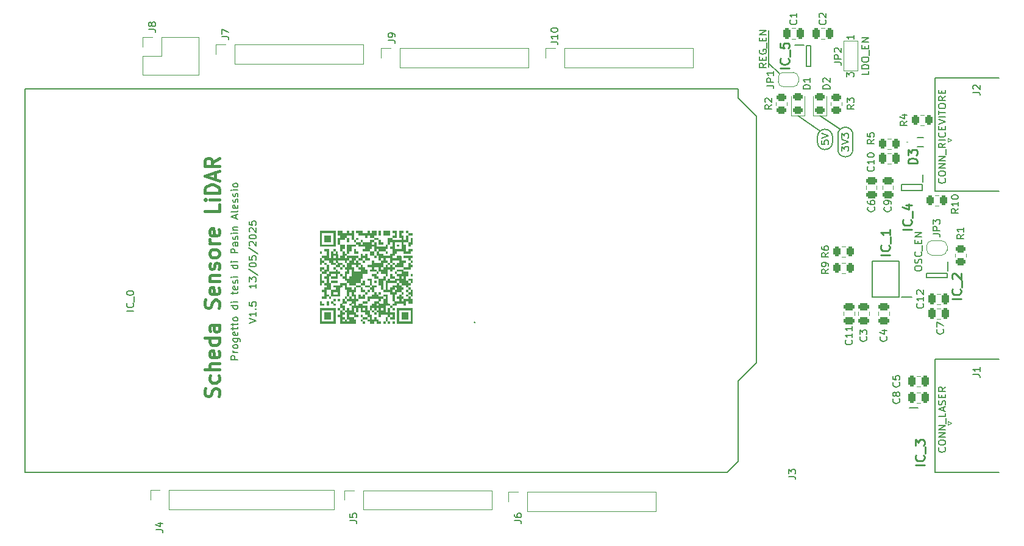
<source format=gto>
%TF.GenerationSoftware,KiCad,Pcbnew,(6.0.10)*%
%TF.CreationDate,2025-05-13T20:49:54+02:00*%
%TF.ProjectId,Progetto Lidar,50726f67-6574-4746-9f20-4c696461722e,rev?*%
%TF.SameCoordinates,Original*%
%TF.FileFunction,Legend,Top*%
%TF.FilePolarity,Positive*%
%FSLAX46Y46*%
G04 Gerber Fmt 4.6, Leading zero omitted, Abs format (unit mm)*
G04 Created by KiCad (PCBNEW (6.0.10)) date 2025-05-13 20:49:54*
%MOMM*%
%LPD*%
G01*
G04 APERTURE LIST*
G04 Aperture macros list*
%AMRoundRect*
0 Rectangle with rounded corners*
0 $1 Rounding radius*
0 $2 $3 $4 $5 $6 $7 $8 $9 X,Y pos of 4 corners*
0 Add a 4 corners polygon primitive as box body*
4,1,4,$2,$3,$4,$5,$6,$7,$8,$9,$2,$3,0*
0 Add four circle primitives for the rounded corners*
1,1,$1+$1,$2,$3*
1,1,$1+$1,$4,$5*
1,1,$1+$1,$6,$7*
1,1,$1+$1,$8,$9*
0 Add four rect primitives between the rounded corners*
20,1,$1+$1,$2,$3,$4,$5,0*
20,1,$1+$1,$4,$5,$6,$7,0*
20,1,$1+$1,$6,$7,$8,$9,0*
20,1,$1+$1,$8,$9,$2,$3,0*%
%AMFreePoly0*
4,1,22,0.500000,-0.750000,0.000000,-0.750000,0.000000,-0.745033,-0.079941,-0.743568,-0.215256,-0.701293,-0.333266,-0.622738,-0.424486,-0.514219,-0.481581,-0.384460,-0.499164,-0.250000,-0.500000,-0.250000,-0.500000,0.250000,-0.499164,0.250000,-0.499963,0.256109,-0.478152,0.396186,-0.417904,0.524511,-0.324060,0.630769,-0.204165,0.706417,-0.067858,0.745374,0.000000,0.744959,0.000000,0.750000,
0.500000,0.750000,0.500000,-0.750000,0.500000,-0.750000,$1*%
%AMFreePoly1*
4,1,20,0.000000,0.744959,0.073905,0.744508,0.209726,0.703889,0.328688,0.626782,0.421226,0.519385,0.479903,0.390333,0.500000,0.250000,0.500000,-0.250000,0.499851,-0.262216,0.476331,-0.402017,0.414519,-0.529596,0.319384,-0.634700,0.198574,-0.708877,0.061801,-0.746166,0.000000,-0.745033,0.000000,-0.750000,-0.500000,-0.750000,-0.500000,0.750000,0.000000,0.750000,0.000000,0.744959,
0.000000,0.744959,$1*%
G04 Aperture macros list end*
%ADD10C,0.150000*%
%ADD11C,0.000000*%
%ADD12C,0.400000*%
%ADD13C,0.254000*%
%ADD14C,0.120000*%
%ADD15C,0.200000*%
%ADD16C,0.100000*%
%ADD17RoundRect,0.250000X-0.250000X-0.475000X0.250000X-0.475000X0.250000X0.475000X-0.250000X0.475000X0*%
%ADD18R,5.080000X2.290000*%
%ADD19R,5.080000X2.420000*%
%ADD20R,0.550000X1.050000*%
%ADD21RoundRect,0.250000X-0.262500X-0.450000X0.262500X-0.450000X0.262500X0.450000X-0.262500X0.450000X0*%
%ADD22R,1.700000X1.700000*%
%ADD23O,1.700000X1.700000*%
%ADD24R,1.200000X0.400000*%
%ADD25R,1.200000X0.600000*%
%ADD26R,1.500000X1.000000*%
%ADD27RoundRect,0.250000X0.250000X0.475000X-0.250000X0.475000X-0.250000X-0.475000X0.250000X-0.475000X0*%
%ADD28R,0.900000X0.800000*%
%ADD29RoundRect,0.250000X-0.450000X0.262500X-0.450000X-0.262500X0.450000X-0.262500X0.450000X0.262500X0*%
%ADD30RoundRect,0.243750X0.456250X-0.243750X0.456250X0.243750X-0.456250X0.243750X-0.456250X-0.243750X0*%
%ADD31R,1.475000X0.450000*%
%ADD32FreePoly0,0.000000*%
%ADD33FreePoly1,0.000000*%
%ADD34R,0.600000X1.200000*%
%ADD35RoundRect,0.250000X0.262500X0.450000X-0.262500X0.450000X-0.262500X-0.450000X0.262500X-0.450000X0*%
%ADD36RoundRect,0.250000X-0.475000X0.250000X-0.475000X-0.250000X0.475000X-0.250000X0.475000X0.250000X0*%
%ADD37FreePoly0,180.000000*%
%ADD38FreePoly1,180.000000*%
%ADD39RoundRect,0.250000X0.475000X-0.250000X0.475000X0.250000X-0.475000X0.250000X-0.475000X-0.250000X0*%
%ADD40RoundRect,0.250000X0.450000X-0.262500X0.450000X0.262500X-0.450000X0.262500X-0.450000X-0.262500X0*%
%ADD41C,3.200000*%
%ADD42O,1.727200X1.727200*%
%ADD43R,1.727200X1.727200*%
G04 APERTURE END LIST*
D10*
X209804000Y-60198000D02*
X200914000Y-60198000D01*
X186679025Y-68389002D02*
G75*
G03*
X184584491Y-68389002I-1047267J31268D01*
G01*
D11*
G36*
X128377617Y-82094769D02*
G01*
X127749328Y-82094769D01*
X127749328Y-81780611D01*
X128377617Y-81780611D01*
X128377617Y-82094769D01*
G37*
G36*
X117667580Y-86507369D02*
G01*
X117668129Y-86507369D01*
X117668129Y-86821372D01*
X117353937Y-86821372D01*
X117353937Y-86507215D01*
X117667580Y-86507215D01*
X117667580Y-86507369D01*
G37*
G36*
X123651323Y-87449688D02*
G01*
X123337130Y-87449688D01*
X123337130Y-87135532D01*
X123651323Y-87135532D01*
X123651323Y-87449688D01*
G37*
G36*
X115783231Y-84607991D02*
G01*
X115469071Y-84607991D01*
X115469071Y-84293836D01*
X115783231Y-84293836D01*
X115783231Y-84607991D01*
G37*
G36*
X128064361Y-90591255D02*
G01*
X128063327Y-90591255D01*
X128063327Y-90591231D01*
X128064361Y-90591231D01*
X128064361Y-90591255D01*
G37*
D10*
X177800000Y-53594000D02*
X177800000Y-58674000D01*
D11*
G36*
X125864851Y-94375410D02*
G01*
X125550658Y-94375410D01*
X125550658Y-94061254D01*
X125864851Y-94061254D01*
X125864851Y-94375410D01*
G37*
G36*
X121451490Y-81780611D02*
G01*
X122079778Y-81780611D01*
X122079778Y-81466454D01*
X122393971Y-81466454D01*
X122393971Y-81780611D01*
X122708131Y-81780611D01*
X122708131Y-81466454D01*
X123336452Y-81466454D01*
X123336452Y-82094769D01*
X123022259Y-82094769D01*
X123022259Y-82408925D01*
X122394035Y-82408925D01*
X122394035Y-82094769D01*
X122079843Y-82094769D01*
X122079843Y-82408925D01*
X121765650Y-82408925D01*
X121765650Y-82094769D01*
X120823169Y-82094769D01*
X120823169Y-81780611D01*
X120509008Y-81780611D01*
X120509008Y-81466454D01*
X121451490Y-81466454D01*
X121451490Y-81780611D01*
G37*
G36*
X115469103Y-83665522D02*
G01*
X115469103Y-83351364D01*
X115783231Y-83351364D01*
X117354033Y-83351364D01*
X117354033Y-81780582D01*
X115783231Y-81780582D01*
X115783231Y-83351364D01*
X115469103Y-83351364D01*
X115469103Y-81466428D01*
X117668194Y-81466428D01*
X117668194Y-83665524D01*
X117354033Y-83665524D01*
X116568649Y-83665522D01*
X115469103Y-83665522D01*
G37*
D10*
X181864000Y-65439000D02*
X184912000Y-67564000D01*
D11*
G36*
X118610610Y-87763843D02*
G01*
X118296418Y-87763843D01*
X118296418Y-87449686D01*
X118610610Y-87449686D01*
X118610610Y-87763843D01*
G37*
D10*
X187420732Y-70104000D02*
G75*
G03*
X189515268Y-70104000I1047268J0D01*
G01*
D11*
G36*
X120196043Y-93432942D02*
G01*
X120195429Y-93432942D01*
X120195429Y-93432941D01*
X120196043Y-93432941D01*
X120196043Y-93432942D01*
G37*
D10*
X184584490Y-69088000D02*
G75*
G03*
X186679026Y-69088000I1047268J0D01*
G01*
D11*
G36*
X127749780Y-93747096D02*
G01*
X126807299Y-93747096D01*
X126807299Y-92804626D01*
X127749780Y-92804626D01*
X127749780Y-93747096D01*
G37*
G36*
X123965613Y-82094743D02*
G01*
X123651420Y-82094743D01*
X123651420Y-81466428D01*
X123965613Y-81466428D01*
X123965613Y-82094743D01*
G37*
G36*
X117039873Y-93747096D02*
G01*
X116097392Y-93747096D01*
X116097392Y-92804626D01*
X117039873Y-92804626D01*
X117039873Y-93747096D01*
G37*
G36*
X127749813Y-90591251D02*
G01*
X127435620Y-90591251D01*
X127435620Y-90277095D01*
X127749813Y-90277095D01*
X127749813Y-90591251D01*
G37*
D10*
X209804000Y-99314000D02*
X200914000Y-99314000D01*
X184912000Y-65439000D02*
X187706000Y-67310000D01*
D11*
G36*
X125864979Y-92490474D02*
G01*
X125550788Y-92490474D01*
X125550788Y-92176318D01*
X125864979Y-92176318D01*
X125864979Y-92490474D01*
G37*
G36*
X126807655Y-89334625D02*
G01*
X127121815Y-89334625D01*
X127121815Y-89648781D01*
X126807655Y-89648781D01*
X126807655Y-89962937D01*
X127121492Y-89962937D01*
X127121492Y-90277094D01*
X126964396Y-90277095D01*
X126807332Y-90277095D01*
X126807332Y-89962937D01*
X126179334Y-89962937D01*
X126179334Y-90277094D01*
X125865174Y-90277094D01*
X125865174Y-91233768D01*
X126175749Y-91230238D01*
X126486356Y-91226704D01*
X126486356Y-90912547D01*
X126179334Y-90904447D01*
X126179334Y-90591257D01*
X126493527Y-90591257D01*
X126493527Y-90277099D01*
X126807720Y-90277099D01*
X126807720Y-90591255D01*
X127121880Y-90591255D01*
X127121880Y-90919044D01*
X127436040Y-90919088D01*
X127750168Y-90919130D01*
X127750168Y-90591255D01*
X128063327Y-90591255D01*
X128063327Y-90919667D01*
X128377520Y-90919667D01*
X128377520Y-91547980D01*
X128064394Y-91548000D01*
X127750718Y-91548000D01*
X127742772Y-91226704D01*
X127589261Y-91222653D01*
X127435750Y-91218603D01*
X127435750Y-91862161D01*
X127121557Y-91862161D01*
X127121557Y-91548005D01*
X126179076Y-91548005D01*
X126179076Y-91862161D01*
X125550788Y-91862161D01*
X125550788Y-92176318D01*
X125222448Y-92176318D01*
X125225872Y-92486904D01*
X125229295Y-92797490D01*
X125547008Y-92801335D01*
X125864753Y-92805179D01*
X125864753Y-93747102D01*
X125236433Y-93747102D01*
X125236433Y-93432946D01*
X124907997Y-93432946D01*
X124907997Y-94061259D01*
X124593836Y-94061259D01*
X124593836Y-94375410D01*
X124279644Y-94375410D01*
X124279644Y-94061254D01*
X124593836Y-94061254D01*
X124593836Y-93433876D01*
X124754453Y-93429838D01*
X124915103Y-93425801D01*
X124919075Y-93272293D01*
X124923048Y-93118786D01*
X125221188Y-93118786D01*
X125225161Y-93272294D01*
X125229133Y-93425802D01*
X125389783Y-93429839D01*
X125550432Y-93433877D01*
X125550432Y-93118785D01*
X125385907Y-93118786D01*
X125221188Y-93118786D01*
X124923048Y-93118786D01*
X124923048Y-93118785D01*
X123965322Y-93118785D01*
X123965322Y-93432940D01*
X123651162Y-93432940D01*
X123651162Y-92804627D01*
X123337130Y-92804627D01*
X123337130Y-92490472D01*
X123022938Y-92490472D01*
X123022938Y-92490471D01*
X123337130Y-92490471D01*
X123651323Y-92490471D01*
X123651323Y-92176316D01*
X123964514Y-92176316D01*
X123968487Y-92329825D01*
X123972459Y-92483333D01*
X124125971Y-92487386D01*
X124279482Y-92491440D01*
X124279482Y-92176316D01*
X123964514Y-92176316D01*
X123651323Y-92176316D01*
X123651323Y-92176315D01*
X123337130Y-92176315D01*
X123337130Y-92490471D01*
X123022938Y-92490471D01*
X123022938Y-92176315D01*
X122708778Y-92176315D01*
X122708778Y-92490472D01*
X123022938Y-92490472D01*
X123022938Y-92804627D01*
X123336969Y-92804627D01*
X123336969Y-93118784D01*
X123022776Y-93118784D01*
X123022776Y-92804627D01*
X122708616Y-92804627D01*
X122708616Y-92490471D01*
X122394423Y-92490471D01*
X122394423Y-93118785D01*
X122708616Y-93118785D01*
X122708616Y-93747097D01*
X123022776Y-93747097D01*
X123022776Y-93432941D01*
X123336969Y-93432941D01*
X123336969Y-93747097D01*
X123651162Y-93747097D01*
X123651162Y-94061254D01*
X123965322Y-94061254D01*
X123965322Y-94375410D01*
X123337033Y-94375410D01*
X123337033Y-94061254D01*
X123022841Y-94061254D01*
X123022841Y-94375410D01*
X122394552Y-94375410D01*
X122394552Y-94061254D01*
X122080360Y-94061254D01*
X122080360Y-93747097D01*
X121452071Y-93747097D01*
X121452071Y-93432942D01*
X122081006Y-93432942D01*
X122081006Y-93747098D01*
X122395166Y-93747098D01*
X122395166Y-93432942D01*
X122081006Y-93432942D01*
X121452071Y-93432942D01*
X121452071Y-93432941D01*
X122080360Y-93432941D01*
X122080360Y-93118785D01*
X121766199Y-93118785D01*
X121766199Y-92804628D01*
X121137911Y-92804628D01*
X121137911Y-92490472D01*
X121452653Y-92490472D01*
X121766845Y-92490472D01*
X121766845Y-92176315D01*
X121452653Y-92176315D01*
X121452653Y-92490472D01*
X121137911Y-92490472D01*
X121137911Y-92176315D01*
X120823718Y-92176315D01*
X120823718Y-92804628D01*
X120510236Y-92804628D01*
X120510236Y-92176315D01*
X120196043Y-92176315D01*
X120196043Y-92804628D01*
X120509525Y-92804628D01*
X120509525Y-93118785D01*
X120823718Y-93118785D01*
X120823718Y-93432941D01*
X120196043Y-93432941D01*
X120196043Y-93118786D01*
X119567722Y-93118786D01*
X119567722Y-93432942D01*
X120195429Y-93432942D01*
X120195429Y-93747097D01*
X120509590Y-93747097D01*
X120509590Y-94375410D01*
X118296224Y-94375410D01*
X118296224Y-93432940D01*
X117982063Y-93432940D01*
X117982063Y-93118786D01*
X118610158Y-93118786D01*
X118614131Y-93272294D01*
X118618103Y-93425802D01*
X118771615Y-93429856D01*
X118925126Y-93433909D01*
X118925126Y-93747097D01*
X118610966Y-93747097D01*
X118610966Y-94061254D01*
X118939402Y-94061254D01*
X118939402Y-93747097D01*
X119253562Y-93747097D01*
X119253562Y-94061254D01*
X119567755Y-94061254D01*
X119567755Y-93747097D01*
X119566560Y-93747097D01*
X119410820Y-93747099D01*
X119253723Y-93747099D01*
X119253723Y-92804629D01*
X118925288Y-92804629D01*
X118925288Y-93118786D01*
X118610158Y-93118786D01*
X117982063Y-93118786D01*
X117982063Y-93118784D01*
X118296224Y-93118784D01*
X118296224Y-92490472D01*
X118610287Y-92490472D01*
X118618233Y-92797488D01*
X118760020Y-92801608D01*
X118788882Y-92802290D01*
X118816556Y-92802638D01*
X118842379Y-92802667D01*
X118865694Y-92802389D01*
X118885840Y-92801818D01*
X118902158Y-92800969D01*
X118913987Y-92799853D01*
X118918013Y-92799201D01*
X118920669Y-92798487D01*
X118921956Y-92797879D01*
X118923190Y-92797057D01*
X118924371Y-92796014D01*
X118925501Y-92794745D01*
X118926580Y-92793242D01*
X118927609Y-92791499D01*
X118928588Y-92789510D01*
X118929520Y-92787268D01*
X118930403Y-92784766D01*
X118931240Y-92782000D01*
X118932031Y-92778961D01*
X118932777Y-92775643D01*
X118933478Y-92772040D01*
X118934136Y-92768146D01*
X118935324Y-92759458D01*
X118936348Y-92749526D01*
X118937215Y-92738300D01*
X118937930Y-92725727D01*
X118938500Y-92711756D01*
X118938933Y-92696336D01*
X118939234Y-92679414D01*
X118939409Y-92660939D01*
X118939466Y-92640860D01*
X118939466Y-92490474D01*
X118775006Y-92490472D01*
X118610287Y-92490472D01*
X118296224Y-92490472D01*
X118296224Y-92490471D01*
X117982063Y-92490471D01*
X117982063Y-92176315D01*
X118296159Y-92176315D01*
X118300132Y-92329824D01*
X118304104Y-92483332D01*
X118445860Y-92487449D01*
X118474731Y-92488131D01*
X118502409Y-92488479D01*
X118528233Y-92488507D01*
X118551546Y-92488229D01*
X118571688Y-92487659D01*
X118588002Y-92486809D01*
X118599828Y-92485694D01*
X118603853Y-92485041D01*
X118606509Y-92484327D01*
X118607796Y-92483719D01*
X118609030Y-92482897D01*
X118610211Y-92481855D01*
X118611341Y-92480585D01*
X118612420Y-92479082D01*
X118613448Y-92477339D01*
X118614428Y-92475350D01*
X118615359Y-92473108D01*
X118616243Y-92470607D01*
X118617079Y-92467840D01*
X118617870Y-92464801D01*
X118618616Y-92461484D01*
X118619317Y-92457881D01*
X118619975Y-92453987D01*
X118621164Y-92445299D01*
X118622188Y-92435367D01*
X118623054Y-92424141D01*
X118623769Y-92411568D01*
X118624340Y-92397597D01*
X118624772Y-92382176D01*
X118625073Y-92365255D01*
X118625249Y-92346780D01*
X118625306Y-92326701D01*
X118625306Y-92176315D01*
X118296224Y-92176315D01*
X118296224Y-91548936D01*
X118333086Y-91548009D01*
X118609964Y-91548009D01*
X118613937Y-91701518D01*
X118617910Y-91855026D01*
X118771421Y-91859080D01*
X118924932Y-91863133D01*
X118924932Y-92016155D01*
X118925358Y-92087966D01*
X118926353Y-92170371D01*
X118928356Y-92326259D01*
X118931263Y-92483337D01*
X119245423Y-92483337D01*
X119249396Y-92329829D01*
X119253368Y-92176320D01*
X119566560Y-92176320D01*
X119566560Y-92491444D01*
X119720071Y-92487390D01*
X119873582Y-92483337D01*
X119877297Y-92172751D01*
X119881011Y-91862164D01*
X120028288Y-91862164D01*
X120058067Y-91861970D01*
X120086222Y-91861413D01*
X120112112Y-91860533D01*
X120135093Y-91859368D01*
X120154525Y-91857958D01*
X120169763Y-91856341D01*
X120180168Y-91854557D01*
X120183356Y-91853614D01*
X120185094Y-91852644D01*
X120185588Y-91851963D01*
X120186074Y-91850909D01*
X120187025Y-91847720D01*
X120187941Y-91843159D01*
X120188818Y-91837305D01*
X120189651Y-91830239D01*
X120190437Y-91822042D01*
X120191845Y-91802576D01*
X120193004Y-91779551D01*
X120193878Y-91753612D01*
X120194430Y-91725402D01*
X120194622Y-91695566D01*
X120194622Y-91548008D01*
X120038979Y-91548003D01*
X119881883Y-91548003D01*
X119881883Y-91862159D01*
X119567690Y-91862159D01*
X119567690Y-91548969D01*
X119721202Y-91544918D01*
X119874713Y-91540868D01*
X119874713Y-91226712D01*
X119564138Y-91223177D01*
X119401454Y-91221328D01*
X119253530Y-91219648D01*
X119253530Y-91548009D01*
X118609964Y-91548009D01*
X118333086Y-91548009D01*
X118617522Y-91540856D01*
X118620429Y-91383778D01*
X118622045Y-91310712D01*
X118623037Y-91227890D01*
X118623043Y-91226706D01*
X118932587Y-91226706D01*
X119074374Y-91230826D01*
X119103246Y-91231504D01*
X119130944Y-91231842D01*
X119156808Y-91231853D01*
X119180177Y-91231553D01*
X119200390Y-91230955D01*
X119216784Y-91230074D01*
X119228700Y-91228923D01*
X119232772Y-91228252D01*
X119235475Y-91227518D01*
X119236855Y-91226888D01*
X119238168Y-91226068D01*
X119239414Y-91225051D01*
X119240595Y-91223825D01*
X119241711Y-91222382D01*
X119242763Y-91220711D01*
X119243753Y-91218804D01*
X119244681Y-91216651D01*
X119245548Y-91214241D01*
X119246355Y-91211567D01*
X119247102Y-91208618D01*
X119247792Y-91205385D01*
X119248425Y-91201857D01*
X119249001Y-91198027D01*
X119249522Y-91193883D01*
X119249989Y-91189417D01*
X119250763Y-91179479D01*
X119251330Y-91168137D01*
X119251699Y-91155314D01*
X119251876Y-91140935D01*
X119251869Y-91124922D01*
X119251685Y-91107200D01*
X119251332Y-91087692D01*
X119250817Y-91066322D01*
X119247029Y-90919693D01*
X119253885Y-90919693D01*
X119401454Y-90919693D01*
X119431292Y-90919490D01*
X119459526Y-90918906D01*
X119485509Y-90917984D01*
X119508593Y-90916763D01*
X119528132Y-90915286D01*
X119543478Y-90913592D01*
X119553984Y-90911722D01*
X119557219Y-90910735D01*
X119559002Y-90909718D01*
X119559514Y-90909010D01*
X119560009Y-90907921D01*
X119560945Y-90904640D01*
X119561806Y-90899958D01*
X119562590Y-90893957D01*
X119563293Y-90886720D01*
X119563913Y-90878328D01*
X119564888Y-90858414D01*
X119565491Y-90834871D01*
X119565697Y-90808360D01*
X119565480Y-90779540D01*
X119564816Y-90749069D01*
X119560843Y-90598396D01*
X119407396Y-90594340D01*
X119290652Y-90591260D01*
X119568691Y-90591260D01*
X119882852Y-90591260D01*
X119882852Y-90919696D01*
X120030420Y-90919696D01*
X120060257Y-90919492D01*
X120088488Y-90918909D01*
X120114467Y-90917987D01*
X120137548Y-90916766D01*
X120157085Y-90915289D01*
X120172431Y-90913595D01*
X120182941Y-90911725D01*
X120186181Y-90910737D01*
X120187969Y-90909721D01*
X120188481Y-90909013D01*
X120188976Y-90907924D01*
X120189912Y-90904643D01*
X120190773Y-90899961D01*
X120191557Y-90893960D01*
X120192260Y-90886723D01*
X120192880Y-90878331D01*
X120193855Y-90858417D01*
X120194458Y-90834875D01*
X120194663Y-90808364D01*
X120194447Y-90779544D01*
X120193782Y-90749073D01*
X120189810Y-90598399D01*
X120035555Y-90594340D01*
X119882044Y-90590290D01*
X119882044Y-90437265D01*
X119881618Y-90365454D01*
X119880623Y-90283050D01*
X119878621Y-90127161D01*
X119875714Y-89970083D01*
X119722203Y-89966032D01*
X119568691Y-89961980D01*
X119568691Y-90591260D01*
X119290652Y-90591260D01*
X119253885Y-90590290D01*
X119253885Y-90919693D01*
X119247029Y-90919693D01*
X119246844Y-90912551D01*
X119089651Y-90912549D01*
X118932587Y-90912549D01*
X118932587Y-91226706D01*
X118623043Y-91226706D01*
X118623852Y-91073674D01*
X118623852Y-90920648D01*
X118777364Y-90916598D01*
X118930875Y-90912547D01*
X118934848Y-90751899D01*
X118938820Y-90591251D01*
X119251560Y-90591251D01*
X119248394Y-90123587D01*
X119244971Y-89655921D01*
X119091460Y-89651869D01*
X118937980Y-89647818D01*
X118937980Y-89494793D01*
X118937555Y-89422982D01*
X118936559Y-89340577D01*
X118934557Y-89184690D01*
X118931650Y-89027612D01*
X118617457Y-89027612D01*
X118613485Y-89180643D01*
X118609512Y-89333674D01*
X118456485Y-89337719D01*
X118303491Y-89341771D01*
X118300326Y-89961420D01*
X118296159Y-90400641D01*
X118293931Y-90535495D01*
X118291605Y-90586497D01*
X118277891Y-90587654D01*
X118240639Y-90588861D01*
X118105784Y-90591282D01*
X117907567Y-90593476D01*
X117666514Y-90595160D01*
X117353872Y-90596793D01*
X117046849Y-90598396D01*
X117042877Y-90751904D01*
X117038904Y-90905412D01*
X116725713Y-90905412D01*
X116725713Y-90591256D01*
X116411552Y-90591256D01*
X116411552Y-90905412D01*
X115783231Y-90905412D01*
X115783231Y-90591256D01*
X116097424Y-90591256D01*
X116097424Y-89962943D01*
X115783231Y-89962943D01*
X115783231Y-89648787D01*
X116097424Y-89648787D01*
X116097424Y-89334631D01*
X116411617Y-89334631D01*
X116411617Y-89020474D01*
X116097424Y-89020474D01*
X116097424Y-88706469D01*
X116096714Y-88706469D01*
X116096714Y-88706318D01*
X116097424Y-88706318D01*
X116097424Y-88706469D01*
X116410874Y-88706469D01*
X116410874Y-88078156D01*
X116096714Y-88078156D01*
X116096714Y-87764000D01*
X116410874Y-87764000D01*
X116410874Y-87449844D01*
X116725067Y-87449844D01*
X116725067Y-87135688D01*
X117667548Y-87135688D01*
X117667548Y-86821531D01*
X117981708Y-86821531D01*
X117981708Y-87135688D01*
X118295901Y-87135688D01*
X118295901Y-87449844D01*
X117981708Y-87449844D01*
X117981708Y-88078156D01*
X117039259Y-88078156D01*
X117039259Y-87764000D01*
X117667548Y-87764000D01*
X117667548Y-87449844D01*
X117039259Y-87449844D01*
X117039259Y-87764000D01*
X116725067Y-87764000D01*
X116725067Y-88706469D01*
X117039259Y-88706469D01*
X117039259Y-89648940D01*
X116410939Y-89648940D01*
X116410939Y-90277095D01*
X116725131Y-90277095D01*
X116725131Y-90591251D01*
X117039324Y-90591251D01*
X117039324Y-90277090D01*
X117353872Y-90277090D01*
X117983162Y-90277090D01*
X117983162Y-89962378D01*
X117672392Y-89966230D01*
X117361817Y-89970073D01*
X117357845Y-90123582D01*
X117353872Y-90277090D01*
X117039324Y-90277090D01*
X117039324Y-89648781D01*
X117667612Y-89648781D01*
X117667612Y-89334625D01*
X117353420Y-89334625D01*
X117353420Y-89020468D01*
X118295901Y-89020468D01*
X118295901Y-88706312D01*
X119252658Y-88706312D01*
X119252658Y-89334625D01*
X119880946Y-89334625D01*
X119880946Y-89648781D01*
X120195139Y-89648781D01*
X120195139Y-89334625D01*
X120509299Y-89334625D01*
X120509299Y-89962937D01*
X120195139Y-89962937D01*
X120195139Y-90277094D01*
X120509299Y-90277094D01*
X120509299Y-90920653D01*
X120662810Y-90916603D01*
X120816322Y-90912552D01*
X120823750Y-90277100D01*
X121137362Y-90277100D01*
X121137362Y-90591256D01*
X121451554Y-90591256D01*
X121451554Y-90277100D01*
X121765715Y-90277100D01*
X121765715Y-90905412D01*
X121448001Y-90906233D01*
X121178497Y-90906355D01*
X120976745Y-90905466D01*
X120823234Y-90903852D01*
X120823234Y-91219558D01*
X120509073Y-91219558D01*
X120509073Y-91863123D01*
X120662584Y-91859070D01*
X120816096Y-91855016D01*
X120820068Y-91701508D01*
X120824041Y-91548000D01*
X121451393Y-91548000D01*
X121451393Y-91862156D01*
X122079681Y-91862156D01*
X122079681Y-92490469D01*
X122393874Y-92490469D01*
X122393874Y-91862156D01*
X122708035Y-91862156D01*
X122708035Y-91548002D01*
X123336678Y-91548002D01*
X123344624Y-91855018D01*
X123498103Y-91859072D01*
X123651614Y-91863125D01*
X123651614Y-91862161D01*
X124594225Y-91862161D01*
X124597647Y-92329826D01*
X124600813Y-92797490D01*
X124915005Y-92797490D01*
X124917912Y-92640412D01*
X124919528Y-92567309D01*
X124920520Y-92484382D01*
X124921336Y-92329826D01*
X124921336Y-92176318D01*
X125068904Y-92176318D01*
X125098733Y-92176123D01*
X125126938Y-92175566D01*
X125152876Y-92174686D01*
X125175903Y-92173521D01*
X125195373Y-92172111D01*
X125210642Y-92170494D01*
X125221066Y-92168710D01*
X125224260Y-92167768D01*
X125226000Y-92166798D01*
X125226494Y-92166117D01*
X125226980Y-92165062D01*
X125227931Y-92161874D01*
X125228847Y-92157312D01*
X125229724Y-92151458D01*
X125230558Y-92144392D01*
X125231343Y-92136195D01*
X125232751Y-92116729D01*
X125233911Y-92093704D01*
X125234785Y-92067765D01*
X125235336Y-92039555D01*
X125235529Y-92009720D01*
X125235529Y-91862161D01*
X124594225Y-91862161D01*
X123651614Y-91862161D01*
X123651614Y-91548002D01*
X123336678Y-91548002D01*
X122708035Y-91548002D01*
X122708035Y-91548000D01*
X123022227Y-91548000D01*
X123022227Y-91540854D01*
X123658525Y-91540854D01*
X123969133Y-91544388D01*
X124279741Y-91547923D01*
X124279741Y-90912547D01*
X124286782Y-90912547D01*
X124440293Y-90916598D01*
X124593804Y-90920648D01*
X124593804Y-90590280D01*
X124440293Y-90594340D01*
X124286782Y-90598391D01*
X124286782Y-90912547D01*
X124279741Y-90912547D01*
X124279741Y-90904439D01*
X124126035Y-90908497D01*
X123972524Y-90912547D01*
X123968552Y-91065577D01*
X123964579Y-91218607D01*
X123811585Y-91222652D01*
X123658525Y-91226698D01*
X123658525Y-91540854D01*
X123022227Y-91540854D01*
X123022227Y-91233843D01*
X123182876Y-91233023D01*
X123341406Y-91232901D01*
X123497004Y-91233790D01*
X123650515Y-91235404D01*
X123650515Y-90906053D01*
X123025780Y-90909307D01*
X122401012Y-90912556D01*
X122393066Y-91218616D01*
X122240040Y-91222661D01*
X122087013Y-91226707D01*
X122083040Y-91387355D01*
X122079068Y-91548003D01*
X121451716Y-91548003D01*
X121451716Y-91233846D01*
X122080004Y-91233846D01*
X122080004Y-90591253D01*
X122708293Y-90591253D01*
X122708293Y-90277097D01*
X123022485Y-90277097D01*
X123022485Y-89962939D01*
X122708874Y-89962939D01*
X122708874Y-89648783D01*
X122394682Y-89648783D01*
X122394682Y-89962939D01*
X122080521Y-89962939D01*
X122080521Y-90277096D01*
X121766328Y-90277096D01*
X121766328Y-89962939D01*
X121138040Y-89962939D01*
X121138040Y-89334627D01*
X120509719Y-89334627D01*
X120509719Y-89020470D01*
X121138040Y-89020470D01*
X121138040Y-88706314D01*
X121452201Y-88706314D01*
X121452201Y-88392157D01*
X121766393Y-88392157D01*
X121766393Y-89020468D01*
X121138137Y-89020468D01*
X121138137Y-89334625D01*
X121452297Y-89334625D01*
X121452297Y-89648781D01*
X121766490Y-89648781D01*
X121766490Y-89962937D01*
X122080682Y-89962937D01*
X122080682Y-89648781D01*
X122394843Y-89648781D01*
X122394843Y-89334625D01*
X122709035Y-89334625D01*
X122709035Y-89020470D01*
X122708809Y-89020470D01*
X122708809Y-89020468D01*
X122551810Y-89020470D01*
X122394714Y-89020470D01*
X122394714Y-89334625D01*
X121766425Y-89334625D01*
X121766425Y-89020470D01*
X121766393Y-89020470D01*
X121766393Y-89020468D01*
X121766425Y-89020468D01*
X121766425Y-89020470D01*
X122394682Y-89020470D01*
X122394682Y-88392157D01*
X122080521Y-88392157D01*
X122080521Y-88078001D01*
X122708809Y-88078001D01*
X122708809Y-89020468D01*
X122709035Y-89020468D01*
X122709035Y-89020470D01*
X123337098Y-89020470D01*
X123337098Y-89334625D01*
X123180131Y-89334627D01*
X123023067Y-89334627D01*
X123023067Y-89962939D01*
X123336646Y-89962939D01*
X123336646Y-90277096D01*
X123650838Y-90277096D01*
X123650838Y-89962939D01*
X123965031Y-89962939D01*
X123965031Y-90276131D01*
X123811520Y-90280181D01*
X123658009Y-90284232D01*
X123650063Y-90591248D01*
X124279353Y-90591248D01*
X124279353Y-90277091D01*
X124907642Y-90277091D01*
X124907642Y-90437740D01*
X124911066Y-91069623D01*
X124914230Y-91540858D01*
X125067257Y-91544903D01*
X125220284Y-91548953D01*
X125224257Y-91701983D01*
X125228229Y-91855013D01*
X125542422Y-91855013D01*
X125546395Y-91701983D01*
X125550367Y-91548953D01*
X125703362Y-91544903D01*
X125856389Y-91540858D01*
X125856389Y-91233848D01*
X126807364Y-91233848D01*
X126954900Y-91233848D01*
X126984748Y-91233645D01*
X127012986Y-91233062D01*
X127038970Y-91232139D01*
X127062052Y-91230919D01*
X127081587Y-91229441D01*
X127096929Y-91227747D01*
X127107432Y-91225878D01*
X127110667Y-91224890D01*
X127112449Y-91223874D01*
X127112961Y-91223165D01*
X127113456Y-91222076D01*
X127114392Y-91218795D01*
X127115253Y-91214113D01*
X127116037Y-91208112D01*
X127116741Y-91200875D01*
X127117360Y-91192484D01*
X127118335Y-91172569D01*
X127118938Y-91149027D01*
X127119144Y-91122517D01*
X127118927Y-91093696D01*
X127118263Y-91063225D01*
X127114290Y-90912550D01*
X126960875Y-90908496D01*
X126807364Y-90904446D01*
X126807364Y-91233848D01*
X125856389Y-91233848D01*
X125856389Y-91226702D01*
X125702878Y-91222651D01*
X125549398Y-91218601D01*
X125549398Y-91065575D01*
X125545974Y-90598394D01*
X125543068Y-90284236D01*
X125390009Y-90280186D01*
X125237014Y-90276141D01*
X125233041Y-90123110D01*
X125229069Y-89970079D01*
X124914909Y-89967017D01*
X124908837Y-89966971D01*
X124593804Y-89964602D01*
X124593643Y-89964601D01*
X124440099Y-89963446D01*
X124286056Y-89962939D01*
X125550562Y-89962939D01*
X125864753Y-89962939D01*
X125864753Y-89648783D01*
X126179851Y-89648783D01*
X126175878Y-89495274D01*
X126171905Y-89341764D01*
X126018265Y-89337713D01*
X125864753Y-89333662D01*
X125864753Y-89648783D01*
X125550562Y-89648783D01*
X125550562Y-89962939D01*
X124286056Y-89962939D01*
X124279676Y-89962918D01*
X124279450Y-89962917D01*
X124279450Y-89648785D01*
X124908837Y-89648785D01*
X125236788Y-89648785D01*
X125236788Y-89334628D01*
X125550981Y-89334628D01*
X125550981Y-89020472D01*
X126179269Y-89020472D01*
X126179269Y-88706316D01*
X126493462Y-88706316D01*
X126493462Y-89020468D01*
X126807299Y-89020468D01*
X126807299Y-88706312D01*
X127749813Y-88706312D01*
X128063973Y-88706312D01*
X128063973Y-88392156D01*
X127749813Y-88392156D01*
X127749813Y-88706312D01*
X126807299Y-88706312D01*
X126493106Y-88706312D01*
X126493106Y-88392156D01*
X126178914Y-88392156D01*
X126178914Y-88706013D01*
X125547041Y-88709733D01*
X124915167Y-88713454D01*
X124912002Y-89181119D01*
X124908837Y-89648785D01*
X124279450Y-89648785D01*
X124279450Y-89648783D01*
X124279676Y-89648783D01*
X124279676Y-89648761D01*
X124593643Y-89648761D01*
X124593643Y-88392157D01*
X124593804Y-88392157D01*
X124593804Y-88392136D01*
X124593643Y-88392136D01*
X124593643Y-88392157D01*
X124436773Y-88392156D01*
X124279676Y-88392156D01*
X124279676Y-89648761D01*
X124279450Y-89648761D01*
X124279450Y-89648783D01*
X123965483Y-89648783D01*
X123965483Y-89020470D01*
X123651323Y-89020470D01*
X123651323Y-88078001D01*
X124279611Y-88078001D01*
X124279611Y-87763845D01*
X124593804Y-87763845D01*
X124593804Y-88392136D01*
X124922079Y-88392136D01*
X124922079Y-88077979D01*
X125236271Y-88077979D01*
X125236271Y-87449666D01*
X125550432Y-87449666D01*
X125550432Y-87763822D01*
X125864625Y-87763822D01*
X125864625Y-88077434D01*
X125546912Y-88081277D01*
X125229166Y-88085121D01*
X125225194Y-88238628D01*
X125221221Y-88392137D01*
X125864753Y-88392137D01*
X125864753Y-88077999D01*
X126807235Y-88077999D01*
X127121396Y-88077999D01*
X127121396Y-87763843D01*
X126807235Y-87763843D01*
X126807235Y-88077999D01*
X125864753Y-88077999D01*
X125864753Y-88077981D01*
X126493043Y-88077981D01*
X126493043Y-87763825D01*
X126178882Y-87763825D01*
X126178882Y-87449686D01*
X126178946Y-87449686D01*
X126178946Y-87449668D01*
X126178882Y-87449668D01*
X126178882Y-87449686D01*
X125864753Y-87449686D01*
X125864753Y-87135530D01*
X126178946Y-87135530D01*
X126178946Y-87449668D01*
X126807170Y-87449668D01*
X126807170Y-87135512D01*
X126178882Y-87135512D01*
X126178882Y-86821356D01*
X127121363Y-86821356D01*
X127121363Y-86507254D01*
X127120943Y-86507254D01*
X127120943Y-86507199D01*
X126493075Y-86507217D01*
X125864753Y-86507217D01*
X125864753Y-86194026D01*
X126018265Y-86189971D01*
X126171776Y-86185915D01*
X126175749Y-86032885D01*
X126179721Y-85879855D01*
X126332717Y-85875800D01*
X126485743Y-85871745D01*
X126489715Y-85718238D01*
X126493688Y-85564728D01*
X125550238Y-85564728D01*
X125550238Y-85878879D01*
X125220833Y-85878879D01*
X125224805Y-86032388D01*
X125228778Y-86185897D01*
X125542939Y-86185897D01*
X125546912Y-86032388D01*
X125550884Y-85878879D01*
X125864075Y-85878879D01*
X125864075Y-86193037D01*
X125549915Y-86193037D01*
X125549915Y-86507193D01*
X125864075Y-86507193D01*
X125864075Y-86821348D01*
X125549915Y-86821348D01*
X125549915Y-87135506D01*
X125235722Y-87135506D01*
X125235722Y-86821348D01*
X124905704Y-86821348D01*
X124908352Y-86974857D01*
X124908352Y-87763817D01*
X124594160Y-87763817D01*
X124594160Y-87449660D01*
X123965871Y-87449660D01*
X123965871Y-87135504D01*
X123651679Y-87135504D01*
X123651679Y-86507219D01*
X123965613Y-86507219D01*
X123969585Y-86660726D01*
X123973558Y-86814236D01*
X124127069Y-86818291D01*
X124280580Y-86822347D01*
X124280580Y-86507225D01*
X124594740Y-86507225D01*
X124594740Y-86193067D01*
X124749447Y-86193067D01*
X124750414Y-86193061D01*
X124906995Y-86193061D01*
X124910968Y-86346570D01*
X124914941Y-86500080D01*
X125056728Y-86504202D01*
X125085591Y-86504887D01*
X125113264Y-86505243D01*
X125139088Y-86505281D01*
X125162402Y-86505012D01*
X125182548Y-86504446D01*
X125198866Y-86503594D01*
X125210696Y-86502467D01*
X125214721Y-86501804D01*
X125217377Y-86501077D01*
X125218664Y-86500469D01*
X125219898Y-86499646D01*
X125221080Y-86498604D01*
X125222209Y-86497334D01*
X125223288Y-86495831D01*
X125224317Y-86494088D01*
X125225297Y-86492099D01*
X125226228Y-86489857D01*
X125227111Y-86487356D01*
X125227948Y-86484589D01*
X125228739Y-86481550D01*
X125229485Y-86478232D01*
X125230186Y-86474630D01*
X125230844Y-86470736D01*
X125232032Y-86462047D01*
X125233056Y-86452116D01*
X125233923Y-86440889D01*
X125234638Y-86428317D01*
X125235208Y-86414346D01*
X125235641Y-86398926D01*
X125235941Y-86382004D01*
X125236117Y-86363530D01*
X125236174Y-86343451D01*
X125236174Y-86193065D01*
X125138867Y-86193062D01*
X125071682Y-86193061D01*
X124906995Y-86193061D01*
X124750414Y-86193061D01*
X124780724Y-86192873D01*
X124810276Y-86192317D01*
X124837432Y-86191438D01*
X124861516Y-86190273D01*
X124881857Y-86188864D01*
X124897780Y-86187247D01*
X124908613Y-86185463D01*
X124911910Y-86184520D01*
X124913682Y-86183550D01*
X124914175Y-86182869D01*
X124914661Y-86181814D01*
X124915612Y-86178625D01*
X124916528Y-86174063D01*
X124917405Y-86168209D01*
X124918238Y-86161143D01*
X124919024Y-86152946D01*
X124920431Y-86133480D01*
X124921591Y-86110456D01*
X124922465Y-86084517D01*
X124923017Y-86056307D01*
X124923209Y-86026471D01*
X124923209Y-85878913D01*
X124600167Y-85878904D01*
X124278094Y-85878904D01*
X124280742Y-86032414D01*
X124280742Y-86507219D01*
X123965613Y-86507219D01*
X123651679Y-86507219D01*
X123651679Y-86507189D01*
X123023390Y-86507189D01*
X123023390Y-86821348D01*
X123337583Y-86821348D01*
X123337583Y-87135506D01*
X122395101Y-87135506D01*
X122395101Y-86821348D01*
X122709262Y-86821348D01*
X122709262Y-86507191D01*
X122080973Y-86507191D01*
X122080973Y-86193035D01*
X122709262Y-86193035D01*
X122709262Y-85564720D01*
X123022453Y-85564720D01*
X123026426Y-85718229D01*
X123030398Y-85871736D01*
X123498070Y-85875503D01*
X123965709Y-85879270D01*
X123965709Y-85564724D01*
X123651549Y-85564724D01*
X123651549Y-85250590D01*
X123964514Y-85250590D01*
X123968487Y-85404099D01*
X123972459Y-85557609D01*
X124125971Y-85561664D01*
X124279482Y-85565720D01*
X124279482Y-85250598D01*
X124161418Y-85250592D01*
X124592835Y-85250592D01*
X124596808Y-85404101D01*
X124600780Y-85557610D01*
X124753840Y-85561665D01*
X124906834Y-85565709D01*
X124910807Y-85718740D01*
X124914779Y-85871769D01*
X125056567Y-85875891D01*
X125085422Y-85876576D01*
X125113075Y-85876934D01*
X125138867Y-85876977D01*
X125162140Y-85876716D01*
X125182237Y-85876164D01*
X125198500Y-85875334D01*
X125210271Y-85874237D01*
X125214267Y-85873592D01*
X125216893Y-85872886D01*
X125218227Y-85872174D01*
X125219501Y-85871065D01*
X125220715Y-85869540D01*
X125221870Y-85867580D01*
X125222968Y-85865166D01*
X125224010Y-85862277D01*
X125224997Y-85858896D01*
X125225930Y-85855003D01*
X125227640Y-85845605D01*
X125229150Y-85833929D01*
X125230470Y-85819822D01*
X125231609Y-85803131D01*
X125232577Y-85783702D01*
X125233385Y-85761383D01*
X125234041Y-85736020D01*
X125234556Y-85707459D01*
X125234940Y-85675548D01*
X125235202Y-85640133D01*
X125235400Y-85558180D01*
X125235400Y-85250596D01*
X125230523Y-85250596D01*
X124914295Y-85250592D01*
X124592835Y-85250592D01*
X124161418Y-85250592D01*
X124122063Y-85250590D01*
X123964514Y-85250590D01*
X123651549Y-85250590D01*
X123651549Y-84921164D01*
X123498038Y-84925220D01*
X123344526Y-84929275D01*
X123340554Y-85089923D01*
X123336581Y-85250572D01*
X123023357Y-85250572D01*
X123023357Y-84920586D01*
X122869846Y-84922200D01*
X122714244Y-84923094D01*
X122555686Y-84922994D01*
X122395069Y-84922200D01*
X122395069Y-84293888D01*
X123022809Y-84293888D01*
X123030237Y-84929342D01*
X123183748Y-84933397D01*
X123337259Y-84937453D01*
X123337259Y-84615155D01*
X123659882Y-84615155D01*
X123816946Y-84618085D01*
X123972856Y-84620343D01*
X124127069Y-84621655D01*
X124280096Y-84622317D01*
X124284069Y-84775827D01*
X124288042Y-84929335D01*
X125230523Y-84929335D01*
X125234495Y-84775827D01*
X125238468Y-84622317D01*
X125385520Y-84622317D01*
X125415262Y-84622124D01*
X125443381Y-84621569D01*
X125469235Y-84620692D01*
X125492183Y-84619533D01*
X125511582Y-84618129D01*
X125526790Y-84616519D01*
X125537166Y-84614744D01*
X125540341Y-84613806D01*
X125542067Y-84612841D01*
X125543029Y-84610276D01*
X125543925Y-84604645D01*
X125545510Y-84584838D01*
X125546796Y-84554721D01*
X125547760Y-84515599D01*
X125548375Y-84468774D01*
X125548616Y-84415549D01*
X125548460Y-84357227D01*
X125547881Y-84295113D01*
X125544457Y-83986863D01*
X125389880Y-83982772D01*
X125272621Y-83979683D01*
X125864753Y-83979683D01*
X126807235Y-83979683D01*
X126807235Y-83037211D01*
X126335978Y-83037214D01*
X125864753Y-83037214D01*
X125864753Y-83979683D01*
X125272621Y-83979683D01*
X125236369Y-83978728D01*
X125236369Y-83665537D01*
X125550464Y-83665537D01*
X125547041Y-83354949D01*
X125543617Y-83044362D01*
X125229457Y-83044362D01*
X125221511Y-83350422D01*
X125068485Y-83354477D01*
X124915490Y-83358520D01*
X124912583Y-83515598D01*
X124910967Y-83588663D01*
X124909975Y-83671485D01*
X124909159Y-83825702D01*
X124909159Y-83978728D01*
X124755648Y-83982772D01*
X124602137Y-83986827D01*
X124598164Y-84140336D01*
X124594192Y-84293843D01*
X124907964Y-84293843D01*
X124907964Y-84608000D01*
X124593804Y-84608000D01*
X124593804Y-84293845D01*
X124594192Y-84293843D01*
X124593804Y-84293843D01*
X124593804Y-84293845D01*
X124441197Y-84294372D01*
X123974010Y-84297941D01*
X123659882Y-84301000D01*
X123659882Y-84615155D01*
X123337259Y-84615155D01*
X123337259Y-84293894D01*
X123651420Y-84293894D01*
X123651420Y-83978772D01*
X123497908Y-83982828D01*
X123344430Y-83986883D01*
X123340457Y-84140392D01*
X123336485Y-84293901D01*
X123023293Y-84293901D01*
X123023293Y-83665587D01*
X122709100Y-83665587D01*
X122709100Y-83979735D01*
X122394908Y-83979735D01*
X122394908Y-84293894D01*
X121452427Y-84293894D01*
X121452427Y-83979735D01*
X121766619Y-83979735D01*
X121766619Y-83665579D01*
X120824138Y-83665579D01*
X120824138Y-83351422D01*
X120509945Y-83351422D01*
X120509945Y-83037264D01*
X120195785Y-83037264D01*
X120195785Y-82723108D01*
X119881592Y-82723108D01*
X119881592Y-82094793D01*
X119253304Y-82094793D01*
X119253304Y-82408019D01*
X119092655Y-82412063D01*
X118932005Y-82416091D01*
X118928033Y-82569323D01*
X118924060Y-82722553D01*
X118613937Y-82726400D01*
X118303846Y-82730247D01*
X118300132Y-83040835D01*
X118296418Y-83351422D01*
X118923544Y-83351422D01*
X118928033Y-83519212D01*
X118929523Y-83595872D01*
X118930019Y-83680567D01*
X118929523Y-83763004D01*
X118928033Y-83832889D01*
X118924060Y-83978779D01*
X118771033Y-83982834D01*
X118618007Y-83986877D01*
X118614034Y-84140386D01*
X118610061Y-84293894D01*
X118924254Y-84293894D01*
X118928227Y-84454543D01*
X118932199Y-84615192D01*
X119246392Y-84615192D01*
X119249557Y-84143957D01*
X119252165Y-83763957D01*
X119252981Y-83512073D01*
X119252981Y-83351425D01*
X120509622Y-83351425D01*
X120509622Y-83665581D01*
X119881301Y-83665581D01*
X119881301Y-84293892D01*
X119567141Y-84293892D01*
X119567141Y-84608050D01*
X119252948Y-84608050D01*
X119252948Y-84936074D01*
X119877717Y-84935812D01*
X120663101Y-84936074D01*
X120823718Y-84936603D01*
X120823718Y-85250757D01*
X120509558Y-85250757D01*
X120509558Y-85564914D01*
X120195365Y-85564914D01*
X120195365Y-85880035D01*
X120348876Y-85875979D01*
X120502388Y-85871924D01*
X120506360Y-85718415D01*
X120510333Y-85564908D01*
X120823524Y-85564908D01*
X120823524Y-85879063D01*
X121137717Y-85879063D01*
X121137717Y-86193218D01*
X120823524Y-86193218D01*
X120823524Y-86507375D01*
X121137717Y-86507375D01*
X121137717Y-86193218D01*
X121451910Y-86193218D01*
X121451910Y-86507375D01*
X121766070Y-86507375D01*
X121766070Y-86821533D01*
X122080263Y-86821533D01*
X122080263Y-87449846D01*
X121451974Y-87449846D01*
X121451974Y-88078161D01*
X121137782Y-88078161D01*
X121137782Y-88706473D01*
X120509493Y-88706473D01*
X120509493Y-89020630D01*
X119567012Y-89020630D01*
X119567012Y-88706473D01*
X119252819Y-88706473D01*
X119252819Y-88392317D01*
X118938659Y-88392317D01*
X118938659Y-88078161D01*
X118624466Y-88078161D01*
X118624466Y-88078001D01*
X119253691Y-88078001D01*
X119567852Y-88078001D01*
X119567852Y-87763845D01*
X119882044Y-87763845D01*
X119882044Y-86821374D01*
X119567852Y-86821374D01*
X119567852Y-87449688D01*
X119253691Y-87449688D01*
X119253691Y-88078001D01*
X118624466Y-88078001D01*
X118624466Y-87764004D01*
X118938659Y-87764004D01*
X118938659Y-87136657D01*
X119092138Y-87132601D01*
X119245649Y-87128546D01*
X119249622Y-86975037D01*
X119253594Y-86821527D01*
X118938497Y-86821527D01*
X118938497Y-86507375D01*
X119881043Y-86507375D01*
X120195236Y-86507375D01*
X120195236Y-87135690D01*
X121137717Y-87135690D01*
X121137717Y-86821533D01*
X120823524Y-86821533D01*
X120823524Y-86507375D01*
X120509364Y-86507375D01*
X120509364Y-86193218D01*
X119881043Y-86193218D01*
X119881043Y-86507375D01*
X118938497Y-86507375D01*
X118938497Y-86507371D01*
X118610029Y-86507371D01*
X118610029Y-86821525D01*
X118295868Y-86821525D01*
X118295868Y-86507369D01*
X117668129Y-86507369D01*
X117668129Y-86507215D01*
X117667580Y-86507215D01*
X117667580Y-86193211D01*
X117981741Y-86193211D01*
X117981741Y-86193059D01*
X118296159Y-86193059D01*
X118300132Y-86346568D01*
X118304104Y-86500078D01*
X118445860Y-86504199D01*
X118474731Y-86504884D01*
X118502409Y-86505241D01*
X118528233Y-86505279D01*
X118551546Y-86505009D01*
X118571688Y-86504444D01*
X118588002Y-86503592D01*
X118599828Y-86502465D01*
X118603853Y-86501802D01*
X118606509Y-86501075D01*
X118607796Y-86500467D01*
X118609030Y-86499644D01*
X118610211Y-86498602D01*
X118611341Y-86497332D01*
X118612420Y-86495829D01*
X118613448Y-86494086D01*
X118614428Y-86492097D01*
X118615359Y-86489855D01*
X118616243Y-86487354D01*
X118617079Y-86484587D01*
X118617870Y-86481548D01*
X118618616Y-86478230D01*
X118619317Y-86474628D01*
X118619975Y-86470733D01*
X118621164Y-86462045D01*
X118622188Y-86452114D01*
X118623054Y-86440887D01*
X118623769Y-86428315D01*
X118624340Y-86414344D01*
X118624772Y-86398924D01*
X118625073Y-86382002D01*
X118625249Y-86363528D01*
X118625306Y-86343450D01*
X118625306Y-86193063D01*
X118460878Y-86193059D01*
X118296159Y-86193059D01*
X117981741Y-86193059D01*
X117981741Y-85879054D01*
X117667580Y-85879054D01*
X117667580Y-85564897D01*
X117352451Y-85564897D01*
X117356423Y-85718405D01*
X117360396Y-85871914D01*
X117513907Y-85875970D01*
X117667419Y-85880025D01*
X117667419Y-86193214D01*
X117039130Y-86193214D01*
X117039130Y-85879056D01*
X116724937Y-85879056D01*
X116724937Y-85564899D01*
X116096649Y-85564899D01*
X116096649Y-85564744D01*
X117981773Y-85564744D01*
X117985746Y-85718251D01*
X117989718Y-85871761D01*
X118146814Y-85874688D01*
X118302696Y-85876946D01*
X118456905Y-85878259D01*
X118609932Y-85878920D01*
X118613905Y-86032431D01*
X118617877Y-86185940D01*
X118770904Y-86189995D01*
X118923931Y-86194038D01*
X118927904Y-86347067D01*
X118931876Y-86500098D01*
X119246069Y-86500098D01*
X119248976Y-86343019D01*
X119250592Y-86269955D01*
X119251584Y-86187132D01*
X119252399Y-86032917D01*
X119252399Y-85879891D01*
X119405911Y-85875836D01*
X119559422Y-85871781D01*
X119563395Y-85718272D01*
X119567367Y-85564765D01*
X119714419Y-85564765D01*
X119744153Y-85564571D01*
X119772272Y-85564014D01*
X119798132Y-85563134D01*
X119821090Y-85561969D01*
X119840503Y-85560559D01*
X119855726Y-85558943D01*
X119866116Y-85557159D01*
X119869298Y-85556216D01*
X119871031Y-85555246D01*
X119871524Y-85554565D01*
X119872011Y-85553511D01*
X119872961Y-85550322D01*
X119873877Y-85545760D01*
X119874754Y-85539906D01*
X119875588Y-85532840D01*
X119876373Y-85524643D01*
X119877781Y-85505177D01*
X119878941Y-85482152D01*
X119879815Y-85456213D01*
X119880366Y-85428003D01*
X119880559Y-85398167D01*
X119880559Y-85250608D01*
X119724948Y-85250590D01*
X119567852Y-85250590D01*
X119567852Y-85564749D01*
X119253691Y-85564749D01*
X119253691Y-85878900D01*
X118939499Y-85878900D01*
X118939499Y-85564744D01*
X117981773Y-85564744D01*
X116096649Y-85564744D01*
X116096649Y-85250744D01*
X115782456Y-85250744D01*
X115782456Y-85564899D01*
X116096649Y-85564899D01*
X116096649Y-85878907D01*
X115783167Y-85878907D01*
X115783167Y-86193059D01*
X115469006Y-86193059D01*
X115469006Y-85250588D01*
X115783167Y-85250588D01*
X115783167Y-84936432D01*
X116411488Y-84936432D01*
X116411488Y-84293837D01*
X116097295Y-84293837D01*
X116097295Y-83979681D01*
X116725293Y-83979681D01*
X116729007Y-84611565D01*
X116732721Y-85243448D01*
X116886232Y-85247503D01*
X117039744Y-85251559D01*
X117039744Y-85243454D01*
X117361817Y-85243454D01*
X117515328Y-85247510D01*
X117668807Y-85251565D01*
X117668807Y-84921195D01*
X117515328Y-84925240D01*
X117361817Y-84929295D01*
X117361817Y-85243454D01*
X117039744Y-85243454D01*
X117039744Y-84615142D01*
X117361817Y-84615142D01*
X117515328Y-84619197D01*
X117668807Y-84623252D01*
X117668807Y-84293845D01*
X117668097Y-84293845D01*
X117668097Y-84292902D01*
X117515328Y-84296927D01*
X117361817Y-84300983D01*
X117361817Y-84615142D01*
X117039744Y-84615142D01*
X117039744Y-84293843D01*
X117353937Y-84293843D01*
X117353937Y-83979687D01*
X117668097Y-83979687D01*
X117668097Y-84292902D01*
X117668807Y-84292883D01*
X117668807Y-84293845D01*
X117982290Y-84293845D01*
X117982290Y-84454494D01*
X117985713Y-84929300D01*
X117988620Y-85243456D01*
X118142131Y-85247512D01*
X118295642Y-85251567D01*
X118295642Y-85243450D01*
X118932587Y-85243450D01*
X119074374Y-85247572D01*
X119103246Y-85248251D01*
X119130944Y-85248592D01*
X119156808Y-85248607D01*
X119180177Y-85248309D01*
X119200390Y-85247713D01*
X119216784Y-85246832D01*
X119228700Y-85245678D01*
X119232772Y-85245003D01*
X119235475Y-85244265D01*
X119236855Y-85243635D01*
X119238168Y-85242816D01*
X119239414Y-85241798D01*
X119240595Y-85240572D01*
X119241711Y-85239129D01*
X119242763Y-85237459D01*
X119243753Y-85235551D01*
X119244681Y-85233398D01*
X119245548Y-85230989D01*
X119246355Y-85228315D01*
X119247102Y-85225366D01*
X119247792Y-85222132D01*
X119248425Y-85218605D01*
X119249001Y-85214774D01*
X119249522Y-85210631D01*
X119249989Y-85206165D01*
X119250763Y-85196227D01*
X119251330Y-85184885D01*
X119251699Y-85172062D01*
X119251876Y-85157682D01*
X119251869Y-85141670D01*
X119251685Y-85123948D01*
X119251332Y-85104440D01*
X119250817Y-85083070D01*
X119246844Y-84929300D01*
X119089651Y-84929294D01*
X118932587Y-84929294D01*
X118932587Y-85243450D01*
X118295642Y-85243450D01*
X118295642Y-84937378D01*
X118456259Y-84933335D01*
X118616908Y-84929306D01*
X118616908Y-84300991D01*
X118456259Y-84296962D01*
X118295642Y-84292919D01*
X118295642Y-83351386D01*
X117981450Y-83351386D01*
X117981450Y-82408915D01*
X118295642Y-82408915D01*
X118295642Y-82094757D01*
X117981450Y-82094757D01*
X117981450Y-81466444D01*
X118609738Y-81466444D01*
X118609738Y-81780604D01*
X119252335Y-81780604D01*
X119252335Y-81466448D01*
X119566527Y-81466448D01*
X119566527Y-81780604D01*
X119880720Y-81780604D01*
X119880720Y-81466448D01*
X120194881Y-81466448D01*
X120194881Y-82723082D01*
X120509073Y-82723082D01*
X120509073Y-83037240D01*
X121137362Y-83037240D01*
X121137362Y-82723082D01*
X121451554Y-82723082D01*
X121451554Y-83037214D01*
X121138525Y-83037214D01*
X121138525Y-83351370D01*
X121452685Y-83351370D01*
X121452685Y-83037240D01*
X121451554Y-83037240D01*
X121451554Y-83037214D01*
X121452685Y-83037214D01*
X121452685Y-83037240D01*
X122394035Y-83037240D01*
X122394035Y-82723082D01*
X123022324Y-82723082D01*
X123022324Y-83037214D01*
X122709294Y-83037214D01*
X122709294Y-83351370D01*
X123023487Y-83351370D01*
X123023487Y-83037240D01*
X123022324Y-83037240D01*
X123022324Y-83037214D01*
X123023487Y-83037214D01*
X123023487Y-83037240D01*
X123336517Y-83037240D01*
X123336517Y-83665553D01*
X124593158Y-83665553D01*
X124593158Y-83351396D01*
X124921918Y-83351396D01*
X124921918Y-82408925D01*
X125550206Y-82408925D01*
X125550206Y-82723082D01*
X126806847Y-82723082D01*
X126806847Y-82408925D01*
X126492654Y-82408925D01*
X126492654Y-81466454D01*
X127120943Y-81466454D01*
X127120943Y-81780611D01*
X126806782Y-81780611D01*
X126806782Y-82094769D01*
X127120943Y-82094769D01*
X127120943Y-82723082D01*
X127435135Y-82723082D01*
X127435135Y-82094769D01*
X127749328Y-82094769D01*
X127749328Y-83037238D01*
X127121008Y-83037238D01*
X127121008Y-83351395D01*
X127435200Y-83351395D01*
X127435200Y-84293865D01*
X127749393Y-84293865D01*
X127749393Y-83979710D01*
X128377681Y-83979710D01*
X128377681Y-84293865D01*
X128063489Y-84293865D01*
X128063489Y-84608024D01*
X127122009Y-84608024D01*
X127118036Y-84454514D01*
X127114064Y-84301005D01*
X126807235Y-84298810D01*
X126646392Y-84297659D01*
X126178720Y-84294311D01*
X126178720Y-84608032D01*
X125864560Y-84608032D01*
X125864560Y-84922186D01*
X125550367Y-84922186D01*
X125550367Y-85250547D01*
X126171583Y-85243483D01*
X126175555Y-85090451D01*
X126179528Y-84937423D01*
X126325385Y-84933368D01*
X126395280Y-84932146D01*
X126477717Y-84931810D01*
X126562407Y-84932352D01*
X126639061Y-84933765D01*
X126806847Y-84938202D01*
X126806847Y-85564783D01*
X127435135Y-85564783D01*
X127435135Y-85878941D01*
X127120943Y-85878941D01*
X127120943Y-86507199D01*
X127121363Y-86507199D01*
X127121363Y-86507254D01*
X127749264Y-86507254D01*
X127749264Y-85878941D01*
X128063392Y-85878941D01*
X128063392Y-86193097D01*
X128377585Y-86193097D01*
X128377585Y-86507256D01*
X128063392Y-86507256D01*
X128063392Y-86821412D01*
X127120911Y-86821412D01*
X127120911Y-87135569D01*
X127749232Y-87135569D01*
X127749232Y-87763883D01*
X127435039Y-87763883D01*
X127435039Y-88392192D01*
X127749232Y-88392192D01*
X127749232Y-88078035D01*
X128377520Y-88078035D01*
X128377520Y-88706348D01*
X128063327Y-88706348D01*
X128063327Y-89020504D01*
X127749167Y-89020504D01*
X127749167Y-89334625D01*
X127435588Y-89334625D01*
X127435588Y-89020468D01*
X126807655Y-89020468D01*
X126807655Y-89334625D01*
G37*
G36*
X115782521Y-88392313D02*
G01*
X116096714Y-88392313D01*
X116096714Y-88706318D01*
X115783231Y-88706318D01*
X115783231Y-89020474D01*
X115469071Y-89020474D01*
X115469071Y-87449690D01*
X115783231Y-87449690D01*
X115783231Y-87135534D01*
X115469071Y-87135534D01*
X115469071Y-86507219D01*
X116097360Y-86507219D01*
X116097360Y-86821374D01*
X115783845Y-86821374D01*
X115783845Y-87135532D01*
X116098038Y-87135532D01*
X116098038Y-86821376D01*
X116097360Y-86821376D01*
X116097360Y-86821374D01*
X116098038Y-86821374D01*
X116098038Y-86821376D01*
X116411552Y-86821376D01*
X116411552Y-86193218D01*
X116410809Y-86193218D01*
X116410809Y-86193063D01*
X116097360Y-86193063D01*
X116097360Y-85879060D01*
X116096649Y-85879060D01*
X116096649Y-85878907D01*
X116097360Y-85878907D01*
X116097360Y-85879060D01*
X116410809Y-85879060D01*
X116410809Y-86193063D01*
X116411552Y-86193063D01*
X116411552Y-86193218D01*
X116725002Y-86193218D01*
X116725002Y-87135688D01*
X116410809Y-87135688D01*
X116410809Y-87449844D01*
X115782521Y-87449844D01*
X115782521Y-88392313D01*
G37*
G36*
X121452071Y-94061254D02*
G01*
X121137911Y-94061254D01*
X121137911Y-93747097D01*
X121452071Y-93747097D01*
X121452071Y-94061254D01*
G37*
G36*
X120509816Y-84293854D02*
G01*
X120824009Y-84293854D01*
X120824009Y-84606279D01*
X120656157Y-84610702D01*
X120579465Y-84612104D01*
X120494672Y-84612648D01*
X120412090Y-84612318D01*
X120342029Y-84611100D01*
X120195655Y-84607045D01*
X120195655Y-83979697D01*
X120509816Y-83979697D01*
X120509816Y-84293854D01*
G37*
D10*
X187420732Y-68103268D02*
X187420732Y-70104000D01*
D11*
G36*
X121766458Y-85878900D02*
G01*
X121452265Y-85878900D01*
X121452265Y-85564749D01*
X121766458Y-85564749D01*
X121766458Y-85878900D01*
G37*
G36*
X121452071Y-93432941D02*
G01*
X121137911Y-93432941D01*
X121137911Y-93118785D01*
X121452071Y-93118785D01*
X121452071Y-93432941D01*
G37*
G36*
X117039873Y-83037211D02*
G01*
X116568649Y-83037209D01*
X116097392Y-83037209D01*
X116097392Y-82094741D01*
X117039873Y-82094741D01*
X117039873Y-83037211D01*
G37*
G36*
X128377585Y-85878941D02*
G01*
X128063425Y-85878941D01*
X128063425Y-85564783D01*
X128377585Y-85564783D01*
X128377585Y-85878941D01*
G37*
G36*
X121766264Y-94375410D02*
G01*
X121452071Y-94375410D01*
X121452071Y-94061254D01*
X121766264Y-94061254D01*
X121766264Y-94375410D01*
G37*
G36*
X127749328Y-81780611D02*
G01*
X127435135Y-81780611D01*
X127435135Y-81466454D01*
X127749328Y-81466454D01*
X127749328Y-81780611D01*
G37*
D10*
X200914000Y-115062000D02*
X209804000Y-115062000D01*
D11*
G36*
X123337227Y-88706314D02*
G01*
X123023067Y-88706314D01*
X123023067Y-88392157D01*
X123337227Y-88392157D01*
X123337227Y-88706314D01*
G37*
G36*
X116725713Y-91862154D02*
G01*
X116411552Y-91862154D01*
X116411552Y-91233840D01*
X116725713Y-91233840D01*
X116725713Y-91862154D01*
G37*
D10*
X186679025Y-68389002D02*
X186679026Y-69088000D01*
D11*
G36*
X118296515Y-91219564D02*
G01*
X117982322Y-91219564D01*
X117982322Y-90919687D01*
X118296515Y-90919687D01*
X118296515Y-91219564D01*
G37*
G36*
X128378715Y-87763845D02*
G01*
X128064522Y-87763845D01*
X128064522Y-87449688D01*
X128378715Y-87449688D01*
X128378715Y-87763845D01*
G37*
G36*
X128377681Y-83351395D02*
G01*
X128063489Y-83351395D01*
X128063489Y-83665551D01*
X127749328Y-83665551D01*
X127749328Y-83037240D01*
X128063489Y-83037240D01*
X128063489Y-82408925D01*
X128377681Y-82408925D01*
X128377681Y-83351395D01*
G37*
G36*
X117982290Y-88706312D02*
G01*
X117039808Y-88706312D01*
X117039808Y-88392156D01*
X117982290Y-88392156D01*
X117982290Y-88706312D01*
G37*
D10*
X184584491Y-68389002D02*
X184584490Y-69088000D01*
D11*
G36*
X121452039Y-84936425D02*
G01*
X121766199Y-84936425D01*
X121766199Y-84622270D01*
X122080392Y-84622270D01*
X122080392Y-85250582D01*
X122394585Y-85250582D01*
X122394585Y-85564740D01*
X122080618Y-85564749D01*
X121766458Y-85564749D01*
X121766458Y-85250590D01*
X121452265Y-85250590D01*
X121452265Y-85564744D01*
X120823977Y-85564744D01*
X120823977Y-85251552D01*
X121130999Y-85243442D01*
X121138427Y-84622270D01*
X121452039Y-84622270D01*
X121452039Y-84936425D01*
G37*
D10*
X189515267Y-68103268D02*
G75*
G03*
X187420733Y-68103268I-1047267J31268D01*
G01*
D11*
G36*
X125222222Y-94375410D02*
G01*
X124922370Y-94375410D01*
X124922370Y-94061254D01*
X125222222Y-94061254D01*
X125222222Y-94375410D01*
G37*
D10*
X200914000Y-75946000D02*
X209804000Y-75946000D01*
X200914000Y-99314000D02*
X200914000Y-115062000D01*
D11*
G36*
X117668226Y-91218598D02*
G01*
X117514715Y-91222648D01*
X117361204Y-91226699D01*
X117361204Y-91540855D01*
X117514715Y-91544905D01*
X117668226Y-91548956D01*
X117668226Y-91862147D01*
X117511130Y-91862156D01*
X117354033Y-91862156D01*
X117354033Y-91548000D01*
X117039841Y-91548000D01*
X117039841Y-91233843D01*
X117354033Y-91233843D01*
X117354033Y-90919687D01*
X117668226Y-90919687D01*
X117668226Y-91218598D01*
G37*
G36*
X119567335Y-83037214D02*
G01*
X119253174Y-83037214D01*
X119253174Y-82408901D01*
X119567335Y-82408901D01*
X119567335Y-83037214D01*
G37*
G36*
X115783264Y-91547997D02*
G01*
X116097456Y-91547997D01*
X116097456Y-91862153D01*
X115783231Y-91862154D01*
X115469103Y-91862154D01*
X115469103Y-91233840D01*
X115783264Y-91233840D01*
X115783264Y-91547997D01*
G37*
G36*
X115469103Y-92176314D02*
G01*
X117668194Y-92176314D01*
X117668194Y-94375410D01*
X115469103Y-94375410D01*
X115469103Y-94061254D01*
X115783231Y-94061254D01*
X117354033Y-94061254D01*
X117354033Y-92490470D01*
X115783231Y-92490470D01*
X115783231Y-94061254D01*
X115469103Y-94061254D01*
X115469103Y-92176314D01*
G37*
G36*
X127749780Y-89334661D02*
G01*
X127749167Y-89334661D01*
X127749167Y-89334625D01*
X127749780Y-89334625D01*
X127749780Y-89334661D01*
G37*
G36*
X123337130Y-87763845D02*
G01*
X123651323Y-87763845D01*
X123651323Y-88078001D01*
X123023035Y-88078001D01*
X123023035Y-87763845D01*
X122708842Y-87763845D01*
X122708842Y-87449688D01*
X123337130Y-87449688D01*
X123337130Y-87763845D01*
G37*
D10*
X200914000Y-60198000D02*
X200914000Y-75946000D01*
D11*
G36*
X126493075Y-83665524D02*
G01*
X126335978Y-83665526D01*
X126178914Y-83665526D01*
X126178914Y-83351370D01*
X126493075Y-83351370D01*
X126493075Y-83665524D01*
G37*
G36*
X126178979Y-92176314D02*
G01*
X128378069Y-92176314D01*
X128378069Y-94375410D01*
X126178979Y-94375410D01*
X126178979Y-94061254D01*
X126493139Y-94061254D01*
X128063909Y-94061254D01*
X128063909Y-92490470D01*
X126493139Y-92490470D01*
X126493139Y-94061254D01*
X126178979Y-94061254D01*
X126178979Y-92176314D01*
G37*
G36*
X123650548Y-82723082D02*
G01*
X123022324Y-82723082D01*
X123022324Y-82408925D01*
X123650548Y-82408925D01*
X123650548Y-82723082D01*
G37*
G36*
X128377585Y-85250626D02*
G01*
X128063392Y-85250626D01*
X128063392Y-85564783D01*
X127749264Y-85564783D01*
X127749264Y-85250626D01*
X127120943Y-85250626D01*
X127120943Y-84936470D01*
X128377585Y-84936470D01*
X128377585Y-85250626D01*
G37*
D10*
X189515268Y-68103268D02*
X189515268Y-70104000D01*
D11*
G36*
X125222254Y-82094743D02*
G01*
X124279773Y-82094743D01*
X124279773Y-81466428D01*
X125222254Y-81466428D01*
X125222254Y-82094743D01*
G37*
G36*
X126178494Y-82408925D02*
G01*
X125550206Y-82408925D01*
X125550206Y-82094769D01*
X125864399Y-82094769D01*
X125864399Y-81780611D01*
X125550206Y-81780611D01*
X125550206Y-81466454D01*
X126178494Y-81466454D01*
X126178494Y-82408925D01*
G37*
G36*
X123964740Y-83037240D02*
G01*
X124278901Y-83037240D01*
X124278901Y-83351396D01*
X123650612Y-83351396D01*
X123650612Y-82723082D01*
X123964740Y-82723082D01*
X123964740Y-83037240D01*
G37*
G36*
X127749780Y-90277094D02*
G01*
X127749780Y-89962937D01*
X127749813Y-89962937D01*
X128063942Y-89962937D01*
X128063942Y-89648781D01*
X127749813Y-89648781D01*
X127749813Y-89962937D01*
X127749780Y-89962937D01*
X127435620Y-89962937D01*
X127435620Y-89648781D01*
X127749780Y-89648781D01*
X127749780Y-89334661D01*
X128063327Y-89334661D01*
X128063327Y-89648759D01*
X128377520Y-89648759D01*
X128377520Y-90591231D01*
X128064361Y-90591231D01*
X128064361Y-90277099D01*
X128063942Y-90277099D01*
X127906845Y-90277094D01*
X127749780Y-90277094D01*
G37*
D10*
X177800000Y-58166000D02*
X179345025Y-59603025D01*
D11*
G36*
X120823234Y-82723082D02*
G01*
X120509073Y-82723082D01*
X120509073Y-82408925D01*
X120823234Y-82408925D01*
X120823234Y-82723082D01*
G37*
D10*
X104084380Y-99360095D02*
X103084380Y-99360095D01*
X103084380Y-98979142D01*
X103132000Y-98883904D01*
X103179619Y-98836285D01*
X103274857Y-98788666D01*
X103417714Y-98788666D01*
X103512952Y-98836285D01*
X103560571Y-98883904D01*
X103608190Y-98979142D01*
X103608190Y-99360095D01*
X104084380Y-98360095D02*
X103417714Y-98360095D01*
X103608190Y-98360095D02*
X103512952Y-98312476D01*
X103465333Y-98264857D01*
X103417714Y-98169619D01*
X103417714Y-98074380D01*
X104084380Y-97598190D02*
X104036761Y-97693428D01*
X103989142Y-97741047D01*
X103893904Y-97788666D01*
X103608190Y-97788666D01*
X103512952Y-97741047D01*
X103465333Y-97693428D01*
X103417714Y-97598190D01*
X103417714Y-97455333D01*
X103465333Y-97360095D01*
X103512952Y-97312476D01*
X103608190Y-97264857D01*
X103893904Y-97264857D01*
X103989142Y-97312476D01*
X104036761Y-97360095D01*
X104084380Y-97455333D01*
X104084380Y-97598190D01*
X103417714Y-96407714D02*
X104227238Y-96407714D01*
X104322476Y-96455333D01*
X104370095Y-96502952D01*
X104417714Y-96598190D01*
X104417714Y-96741047D01*
X104370095Y-96836285D01*
X104036761Y-96407714D02*
X104084380Y-96502952D01*
X104084380Y-96693428D01*
X104036761Y-96788666D01*
X103989142Y-96836285D01*
X103893904Y-96883904D01*
X103608190Y-96883904D01*
X103512952Y-96836285D01*
X103465333Y-96788666D01*
X103417714Y-96693428D01*
X103417714Y-96502952D01*
X103465333Y-96407714D01*
X104036761Y-95550571D02*
X104084380Y-95645809D01*
X104084380Y-95836285D01*
X104036761Y-95931523D01*
X103941523Y-95979142D01*
X103560571Y-95979142D01*
X103465333Y-95931523D01*
X103417714Y-95836285D01*
X103417714Y-95645809D01*
X103465333Y-95550571D01*
X103560571Y-95502952D01*
X103655809Y-95502952D01*
X103751047Y-95979142D01*
X103417714Y-95217238D02*
X103417714Y-94836285D01*
X103084380Y-95074380D02*
X103941523Y-95074380D01*
X104036761Y-95026761D01*
X104084380Y-94931523D01*
X104084380Y-94836285D01*
X103417714Y-94645809D02*
X103417714Y-94264857D01*
X103084380Y-94502952D02*
X103941523Y-94502952D01*
X104036761Y-94455333D01*
X104084380Y-94360095D01*
X104084380Y-94264857D01*
X104084380Y-93788666D02*
X104036761Y-93883904D01*
X103989142Y-93931523D01*
X103893904Y-93979142D01*
X103608190Y-93979142D01*
X103512952Y-93931523D01*
X103465333Y-93883904D01*
X103417714Y-93788666D01*
X103417714Y-93645809D01*
X103465333Y-93550571D01*
X103512952Y-93502952D01*
X103608190Y-93455333D01*
X103893904Y-93455333D01*
X103989142Y-93502952D01*
X104036761Y-93550571D01*
X104084380Y-93645809D01*
X104084380Y-93788666D01*
X104084380Y-91836285D02*
X103084380Y-91836285D01*
X104036761Y-91836285D02*
X104084380Y-91931523D01*
X104084380Y-92122000D01*
X104036761Y-92217238D01*
X103989142Y-92264857D01*
X103893904Y-92312476D01*
X103608190Y-92312476D01*
X103512952Y-92264857D01*
X103465333Y-92217238D01*
X103417714Y-92122000D01*
X103417714Y-91931523D01*
X103465333Y-91836285D01*
X104084380Y-91360095D02*
X103417714Y-91360095D01*
X103084380Y-91360095D02*
X103132000Y-91407714D01*
X103179619Y-91360095D01*
X103132000Y-91312476D01*
X103084380Y-91360095D01*
X103179619Y-91360095D01*
X103417714Y-90264857D02*
X103417714Y-89883904D01*
X103084380Y-90122000D02*
X103941523Y-90122000D01*
X104036761Y-90074380D01*
X104084380Y-89979142D01*
X104084380Y-89883904D01*
X104036761Y-89169619D02*
X104084380Y-89264857D01*
X104084380Y-89455333D01*
X104036761Y-89550571D01*
X103941523Y-89598190D01*
X103560571Y-89598190D01*
X103465333Y-89550571D01*
X103417714Y-89455333D01*
X103417714Y-89264857D01*
X103465333Y-89169619D01*
X103560571Y-89122000D01*
X103655809Y-89122000D01*
X103751047Y-89598190D01*
X104036761Y-88741047D02*
X104084380Y-88645809D01*
X104084380Y-88455333D01*
X104036761Y-88360095D01*
X103941523Y-88312476D01*
X103893904Y-88312476D01*
X103798666Y-88360095D01*
X103751047Y-88455333D01*
X103751047Y-88598190D01*
X103703428Y-88693428D01*
X103608190Y-88741047D01*
X103560571Y-88741047D01*
X103465333Y-88693428D01*
X103417714Y-88598190D01*
X103417714Y-88455333D01*
X103465333Y-88360095D01*
X104084380Y-87883904D02*
X103417714Y-87883904D01*
X103084380Y-87883904D02*
X103132000Y-87931523D01*
X103179619Y-87883904D01*
X103132000Y-87836285D01*
X103084380Y-87883904D01*
X103179619Y-87883904D01*
X104084380Y-86217238D02*
X103084380Y-86217238D01*
X104036761Y-86217238D02*
X104084380Y-86312476D01*
X104084380Y-86502952D01*
X104036761Y-86598190D01*
X103989142Y-86645809D01*
X103893904Y-86693428D01*
X103608190Y-86693428D01*
X103512952Y-86645809D01*
X103465333Y-86598190D01*
X103417714Y-86502952D01*
X103417714Y-86312476D01*
X103465333Y-86217238D01*
X104084380Y-85741047D02*
X103417714Y-85741047D01*
X103084380Y-85741047D02*
X103132000Y-85788666D01*
X103179619Y-85741047D01*
X103132000Y-85693428D01*
X103084380Y-85741047D01*
X103179619Y-85741047D01*
X104084380Y-84502952D02*
X103084380Y-84502952D01*
X103084380Y-84122000D01*
X103132000Y-84026761D01*
X103179619Y-83979142D01*
X103274857Y-83931523D01*
X103417714Y-83931523D01*
X103512952Y-83979142D01*
X103560571Y-84026761D01*
X103608190Y-84122000D01*
X103608190Y-84502952D01*
X104084380Y-83074380D02*
X103560571Y-83074380D01*
X103465333Y-83122000D01*
X103417714Y-83217238D01*
X103417714Y-83407714D01*
X103465333Y-83502952D01*
X104036761Y-83074380D02*
X104084380Y-83169619D01*
X104084380Y-83407714D01*
X104036761Y-83502952D01*
X103941523Y-83550571D01*
X103846285Y-83550571D01*
X103751047Y-83502952D01*
X103703428Y-83407714D01*
X103703428Y-83169619D01*
X103655809Y-83074380D01*
X104036761Y-82645809D02*
X104084380Y-82550571D01*
X104084380Y-82360095D01*
X104036761Y-82264857D01*
X103941523Y-82217238D01*
X103893904Y-82217238D01*
X103798666Y-82264857D01*
X103751047Y-82360095D01*
X103751047Y-82502952D01*
X103703428Y-82598190D01*
X103608190Y-82645809D01*
X103560571Y-82645809D01*
X103465333Y-82598190D01*
X103417714Y-82502952D01*
X103417714Y-82360095D01*
X103465333Y-82264857D01*
X104084380Y-81788666D02*
X103417714Y-81788666D01*
X103084380Y-81788666D02*
X103132000Y-81836285D01*
X103179619Y-81788666D01*
X103132000Y-81741047D01*
X103084380Y-81788666D01*
X103179619Y-81788666D01*
X103417714Y-81312476D02*
X104084380Y-81312476D01*
X103512952Y-81312476D02*
X103465333Y-81264857D01*
X103417714Y-81169619D01*
X103417714Y-81026761D01*
X103465333Y-80931523D01*
X103560571Y-80883904D01*
X104084380Y-80883904D01*
X103798666Y-79693428D02*
X103798666Y-79217238D01*
X104084380Y-79788666D02*
X103084380Y-79455333D01*
X104084380Y-79122000D01*
X104084380Y-78645809D02*
X104036761Y-78741047D01*
X103941523Y-78788666D01*
X103084380Y-78788666D01*
X104036761Y-77883904D02*
X104084380Y-77979142D01*
X104084380Y-78169619D01*
X104036761Y-78264857D01*
X103941523Y-78312476D01*
X103560571Y-78312476D01*
X103465333Y-78264857D01*
X103417714Y-78169619D01*
X103417714Y-77979142D01*
X103465333Y-77883904D01*
X103560571Y-77836285D01*
X103655809Y-77836285D01*
X103751047Y-78312476D01*
X104036761Y-77455333D02*
X104084380Y-77360095D01*
X104084380Y-77169619D01*
X104036761Y-77074380D01*
X103941523Y-77026761D01*
X103893904Y-77026761D01*
X103798666Y-77074380D01*
X103751047Y-77169619D01*
X103751047Y-77312476D01*
X103703428Y-77407714D01*
X103608190Y-77455333D01*
X103560571Y-77455333D01*
X103465333Y-77407714D01*
X103417714Y-77312476D01*
X103417714Y-77169619D01*
X103465333Y-77074380D01*
X104036761Y-76645809D02*
X104084380Y-76550571D01*
X104084380Y-76360095D01*
X104036761Y-76264857D01*
X103941523Y-76217238D01*
X103893904Y-76217238D01*
X103798666Y-76264857D01*
X103751047Y-76360095D01*
X103751047Y-76502952D01*
X103703428Y-76598190D01*
X103608190Y-76645809D01*
X103560571Y-76645809D01*
X103465333Y-76598190D01*
X103417714Y-76502952D01*
X103417714Y-76360095D01*
X103465333Y-76264857D01*
X104084380Y-75788666D02*
X103417714Y-75788666D01*
X103084380Y-75788666D02*
X103132000Y-75836285D01*
X103179619Y-75788666D01*
X103132000Y-75741047D01*
X103084380Y-75788666D01*
X103179619Y-75788666D01*
X104084380Y-75169619D02*
X104036761Y-75264857D01*
X103989142Y-75312476D01*
X103893904Y-75360095D01*
X103608190Y-75360095D01*
X103512952Y-75312476D01*
X103465333Y-75264857D01*
X103417714Y-75169619D01*
X103417714Y-75026761D01*
X103465333Y-74931523D01*
X103512952Y-74883904D01*
X103608190Y-74836285D01*
X103893904Y-74836285D01*
X103989142Y-74883904D01*
X104036761Y-74931523D01*
X104084380Y-75026761D01*
X104084380Y-75169619D01*
X105624380Y-94264857D02*
X106624380Y-93931523D01*
X105624380Y-93598190D01*
X106624380Y-92741047D02*
X106624380Y-93312476D01*
X106624380Y-93026761D02*
X105624380Y-93026761D01*
X105767238Y-93122000D01*
X105862476Y-93217238D01*
X105910095Y-93312476D01*
X106529142Y-92312476D02*
X106576761Y-92264857D01*
X106624380Y-92312476D01*
X106576761Y-92360095D01*
X106529142Y-92312476D01*
X106624380Y-92312476D01*
X105624380Y-91360095D02*
X105624380Y-91836285D01*
X106100571Y-91883904D01*
X106052952Y-91836285D01*
X106005333Y-91741047D01*
X106005333Y-91502952D01*
X106052952Y-91407714D01*
X106100571Y-91360095D01*
X106195809Y-91312476D01*
X106433904Y-91312476D01*
X106529142Y-91360095D01*
X106576761Y-91407714D01*
X106624380Y-91502952D01*
X106624380Y-91741047D01*
X106576761Y-91836285D01*
X106529142Y-91883904D01*
X106624380Y-88836285D02*
X106624380Y-89407714D01*
X106624380Y-89122000D02*
X105624380Y-89122000D01*
X105767238Y-89217238D01*
X105862476Y-89312476D01*
X105910095Y-89407714D01*
X105624380Y-88502952D02*
X105624380Y-87883904D01*
X106005333Y-88217238D01*
X106005333Y-88074380D01*
X106052952Y-87979142D01*
X106100571Y-87931523D01*
X106195809Y-87883904D01*
X106433904Y-87883904D01*
X106529142Y-87931523D01*
X106576761Y-87979142D01*
X106624380Y-88074380D01*
X106624380Y-88360095D01*
X106576761Y-88455333D01*
X106529142Y-88502952D01*
X105576761Y-86741047D02*
X106862476Y-87598190D01*
X105624380Y-86217238D02*
X105624380Y-86122000D01*
X105672000Y-86026761D01*
X105719619Y-85979142D01*
X105814857Y-85931523D01*
X106005333Y-85883904D01*
X106243428Y-85883904D01*
X106433904Y-85931523D01*
X106529142Y-85979142D01*
X106576761Y-86026761D01*
X106624380Y-86122000D01*
X106624380Y-86217238D01*
X106576761Y-86312476D01*
X106529142Y-86360095D01*
X106433904Y-86407714D01*
X106243428Y-86455333D01*
X106005333Y-86455333D01*
X105814857Y-86407714D01*
X105719619Y-86360095D01*
X105672000Y-86312476D01*
X105624380Y-86217238D01*
X105624380Y-84979142D02*
X105624380Y-85455333D01*
X106100571Y-85502952D01*
X106052952Y-85455333D01*
X106005333Y-85360095D01*
X106005333Y-85122000D01*
X106052952Y-85026761D01*
X106100571Y-84979142D01*
X106195809Y-84931523D01*
X106433904Y-84931523D01*
X106529142Y-84979142D01*
X106576761Y-85026761D01*
X106624380Y-85122000D01*
X106624380Y-85360095D01*
X106576761Y-85455333D01*
X106529142Y-85502952D01*
X105576761Y-83788666D02*
X106862476Y-84645809D01*
X105719619Y-83502952D02*
X105672000Y-83455333D01*
X105624380Y-83360095D01*
X105624380Y-83122000D01*
X105672000Y-83026761D01*
X105719619Y-82979142D01*
X105814857Y-82931523D01*
X105910095Y-82931523D01*
X106052952Y-82979142D01*
X106624380Y-83550571D01*
X106624380Y-82931523D01*
X105624380Y-82312476D02*
X105624380Y-82217238D01*
X105672000Y-82122000D01*
X105719619Y-82074380D01*
X105814857Y-82026761D01*
X106005333Y-81979142D01*
X106243428Y-81979142D01*
X106433904Y-82026761D01*
X106529142Y-82074380D01*
X106576761Y-82122000D01*
X106624380Y-82217238D01*
X106624380Y-82312476D01*
X106576761Y-82407714D01*
X106529142Y-82455333D01*
X106433904Y-82502952D01*
X106243428Y-82550571D01*
X106005333Y-82550571D01*
X105814857Y-82502952D01*
X105719619Y-82455333D01*
X105672000Y-82407714D01*
X105624380Y-82312476D01*
X105719619Y-81598190D02*
X105672000Y-81550571D01*
X105624380Y-81455333D01*
X105624380Y-81217238D01*
X105672000Y-81122000D01*
X105719619Y-81074380D01*
X105814857Y-81026761D01*
X105910095Y-81026761D01*
X106052952Y-81074380D01*
X106624380Y-81645809D01*
X106624380Y-81026761D01*
X105624380Y-80122000D02*
X105624380Y-80598190D01*
X106100571Y-80645809D01*
X106052952Y-80598190D01*
X106005333Y-80502952D01*
X106005333Y-80264857D01*
X106052952Y-80169619D01*
X106100571Y-80122000D01*
X106195809Y-80074380D01*
X106433904Y-80074380D01*
X106529142Y-80122000D01*
X106576761Y-80169619D01*
X106624380Y-80264857D01*
X106624380Y-80502952D01*
X106576761Y-80598190D01*
X106529142Y-80645809D01*
D12*
X101393523Y-104455428D02*
X101488761Y-104169714D01*
X101488761Y-103693523D01*
X101393523Y-103503047D01*
X101298285Y-103407809D01*
X101107809Y-103312571D01*
X100917333Y-103312571D01*
X100726857Y-103407809D01*
X100631619Y-103503047D01*
X100536380Y-103693523D01*
X100441142Y-104074476D01*
X100345904Y-104264952D01*
X100250666Y-104360190D01*
X100060190Y-104455428D01*
X99869714Y-104455428D01*
X99679238Y-104360190D01*
X99584000Y-104264952D01*
X99488761Y-104074476D01*
X99488761Y-103598285D01*
X99584000Y-103312571D01*
X101393523Y-101598285D02*
X101488761Y-101788761D01*
X101488761Y-102169714D01*
X101393523Y-102360190D01*
X101298285Y-102455428D01*
X101107809Y-102550666D01*
X100536380Y-102550666D01*
X100345904Y-102455428D01*
X100250666Y-102360190D01*
X100155428Y-102169714D01*
X100155428Y-101788761D01*
X100250666Y-101598285D01*
X101488761Y-100741142D02*
X99488761Y-100741142D01*
X101488761Y-99884000D02*
X100441142Y-99884000D01*
X100250666Y-99979238D01*
X100155428Y-100169714D01*
X100155428Y-100455428D01*
X100250666Y-100645904D01*
X100345904Y-100741142D01*
X101393523Y-98169714D02*
X101488761Y-98360190D01*
X101488761Y-98741142D01*
X101393523Y-98931619D01*
X101203047Y-99026857D01*
X100441142Y-99026857D01*
X100250666Y-98931619D01*
X100155428Y-98741142D01*
X100155428Y-98360190D01*
X100250666Y-98169714D01*
X100441142Y-98074476D01*
X100631619Y-98074476D01*
X100822095Y-99026857D01*
X101488761Y-96360190D02*
X99488761Y-96360190D01*
X101393523Y-96360190D02*
X101488761Y-96550666D01*
X101488761Y-96931619D01*
X101393523Y-97122095D01*
X101298285Y-97217333D01*
X101107809Y-97312571D01*
X100536380Y-97312571D01*
X100345904Y-97217333D01*
X100250666Y-97122095D01*
X100155428Y-96931619D01*
X100155428Y-96550666D01*
X100250666Y-96360190D01*
X101488761Y-94550666D02*
X100441142Y-94550666D01*
X100250666Y-94645904D01*
X100155428Y-94836380D01*
X100155428Y-95217333D01*
X100250666Y-95407809D01*
X101393523Y-94550666D02*
X101488761Y-94741142D01*
X101488761Y-95217333D01*
X101393523Y-95407809D01*
X101203047Y-95503047D01*
X101012571Y-95503047D01*
X100822095Y-95407809D01*
X100726857Y-95217333D01*
X100726857Y-94741142D01*
X100631619Y-94550666D01*
X101393523Y-92169714D02*
X101488761Y-91884000D01*
X101488761Y-91407809D01*
X101393523Y-91217333D01*
X101298285Y-91122095D01*
X101107809Y-91026857D01*
X100917333Y-91026857D01*
X100726857Y-91122095D01*
X100631619Y-91217333D01*
X100536380Y-91407809D01*
X100441142Y-91788761D01*
X100345904Y-91979238D01*
X100250666Y-92074476D01*
X100060190Y-92169714D01*
X99869714Y-92169714D01*
X99679238Y-92074476D01*
X99584000Y-91979238D01*
X99488761Y-91788761D01*
X99488761Y-91312571D01*
X99584000Y-91026857D01*
X101393523Y-89407809D02*
X101488761Y-89598285D01*
X101488761Y-89979238D01*
X101393523Y-90169714D01*
X101203047Y-90264952D01*
X100441142Y-90264952D01*
X100250666Y-90169714D01*
X100155428Y-89979238D01*
X100155428Y-89598285D01*
X100250666Y-89407809D01*
X100441142Y-89312571D01*
X100631619Y-89312571D01*
X100822095Y-90264952D01*
X100155428Y-88455428D02*
X101488761Y-88455428D01*
X100345904Y-88455428D02*
X100250666Y-88360190D01*
X100155428Y-88169714D01*
X100155428Y-87884000D01*
X100250666Y-87693523D01*
X100441142Y-87598285D01*
X101488761Y-87598285D01*
X101393523Y-86741142D02*
X101488761Y-86550666D01*
X101488761Y-86169714D01*
X101393523Y-85979238D01*
X101203047Y-85884000D01*
X101107809Y-85884000D01*
X100917333Y-85979238D01*
X100822095Y-86169714D01*
X100822095Y-86455428D01*
X100726857Y-86645904D01*
X100536380Y-86741142D01*
X100441142Y-86741142D01*
X100250666Y-86645904D01*
X100155428Y-86455428D01*
X100155428Y-86169714D01*
X100250666Y-85979238D01*
X101488761Y-84741142D02*
X101393523Y-84931619D01*
X101298285Y-85026857D01*
X101107809Y-85122095D01*
X100536380Y-85122095D01*
X100345904Y-85026857D01*
X100250666Y-84931619D01*
X100155428Y-84741142D01*
X100155428Y-84455428D01*
X100250666Y-84264952D01*
X100345904Y-84169714D01*
X100536380Y-84074476D01*
X101107809Y-84074476D01*
X101298285Y-84169714D01*
X101393523Y-84264952D01*
X101488761Y-84455428D01*
X101488761Y-84741142D01*
X101488761Y-83217333D02*
X100155428Y-83217333D01*
X100536380Y-83217333D02*
X100345904Y-83122095D01*
X100250666Y-83026857D01*
X100155428Y-82836380D01*
X100155428Y-82645904D01*
X101393523Y-81217333D02*
X101488761Y-81407809D01*
X101488761Y-81788761D01*
X101393523Y-81979238D01*
X101203047Y-82074476D01*
X100441142Y-82074476D01*
X100250666Y-81979238D01*
X100155428Y-81788761D01*
X100155428Y-81407809D01*
X100250666Y-81217333D01*
X100441142Y-81122095D01*
X100631619Y-81122095D01*
X100822095Y-82074476D01*
X101488761Y-77788761D02*
X101488761Y-78741142D01*
X99488761Y-78741142D01*
X101488761Y-77122095D02*
X100155428Y-77122095D01*
X99488761Y-77122095D02*
X99584000Y-77217333D01*
X99679238Y-77122095D01*
X99584000Y-77026857D01*
X99488761Y-77122095D01*
X99679238Y-77122095D01*
X101488761Y-76169714D02*
X99488761Y-76169714D01*
X99488761Y-75693523D01*
X99584000Y-75407809D01*
X99774476Y-75217333D01*
X99964952Y-75122095D01*
X100345904Y-75026857D01*
X100631619Y-75026857D01*
X101012571Y-75122095D01*
X101203047Y-75217333D01*
X101393523Y-75407809D01*
X101488761Y-75693523D01*
X101488761Y-76169714D01*
X100917333Y-74264952D02*
X100917333Y-73312571D01*
X101488761Y-74455428D02*
X99488761Y-73788761D01*
X101488761Y-73122095D01*
X101488761Y-71312571D02*
X100536380Y-71979238D01*
X101488761Y-72455428D02*
X99488761Y-72455428D01*
X99488761Y-71693523D01*
X99584000Y-71503047D01*
X99679238Y-71407809D01*
X99869714Y-71312571D01*
X100155428Y-71312571D01*
X100345904Y-71407809D01*
X100441142Y-71503047D01*
X100536380Y-71693523D01*
X100536380Y-72455428D01*
D10*
%TO.C,C12*%
X199239142Y-91574857D02*
X199286761Y-91622476D01*
X199334380Y-91765333D01*
X199334380Y-91860571D01*
X199286761Y-92003428D01*
X199191523Y-92098666D01*
X199096285Y-92146285D01*
X198905809Y-92193904D01*
X198762952Y-92193904D01*
X198572476Y-92146285D01*
X198477238Y-92098666D01*
X198382000Y-92003428D01*
X198334380Y-91860571D01*
X198334380Y-91765333D01*
X198382000Y-91622476D01*
X198429619Y-91574857D01*
X199334380Y-90622476D02*
X199334380Y-91193904D01*
X199334380Y-90908190D02*
X198334380Y-90908190D01*
X198477238Y-91003428D01*
X198572476Y-91098666D01*
X198620095Y-91193904D01*
X198429619Y-90241523D02*
X198382000Y-90193904D01*
X198334380Y-90098666D01*
X198334380Y-89860571D01*
X198382000Y-89765333D01*
X198429619Y-89717714D01*
X198524857Y-89670095D01*
X198620095Y-89670095D01*
X198762952Y-89717714D01*
X199334380Y-90289142D01*
X199334380Y-89670095D01*
%TO.C,J2*%
X206184380Y-62167333D02*
X206898666Y-62167333D01*
X207041523Y-62214952D01*
X207136761Y-62310190D01*
X207184380Y-62453047D01*
X207184380Y-62548285D01*
X206279619Y-61738761D02*
X206232000Y-61691142D01*
X206184380Y-61595904D01*
X206184380Y-61357809D01*
X206232000Y-61262571D01*
X206279619Y-61214952D01*
X206374857Y-61167333D01*
X206470095Y-61167333D01*
X206612952Y-61214952D01*
X207184380Y-61786380D01*
X207184380Y-61167333D01*
X202287142Y-74183142D02*
X202334761Y-74230761D01*
X202382380Y-74373619D01*
X202382380Y-74468857D01*
X202334761Y-74611714D01*
X202239523Y-74706952D01*
X202144285Y-74754571D01*
X201953809Y-74802190D01*
X201810952Y-74802190D01*
X201620476Y-74754571D01*
X201525238Y-74706952D01*
X201430000Y-74611714D01*
X201382380Y-74468857D01*
X201382380Y-74373619D01*
X201430000Y-74230761D01*
X201477619Y-74183142D01*
X201382380Y-73564095D02*
X201382380Y-73373619D01*
X201430000Y-73278380D01*
X201525238Y-73183142D01*
X201715714Y-73135523D01*
X202049047Y-73135523D01*
X202239523Y-73183142D01*
X202334761Y-73278380D01*
X202382380Y-73373619D01*
X202382380Y-73564095D01*
X202334761Y-73659333D01*
X202239523Y-73754571D01*
X202049047Y-73802190D01*
X201715714Y-73802190D01*
X201525238Y-73754571D01*
X201430000Y-73659333D01*
X201382380Y-73564095D01*
X202382380Y-72706952D02*
X201382380Y-72706952D01*
X202382380Y-72135523D01*
X201382380Y-72135523D01*
X202382380Y-71659333D02*
X201382380Y-71659333D01*
X202382380Y-71087904D01*
X201382380Y-71087904D01*
X202477619Y-70849809D02*
X202477619Y-70087904D01*
X202382380Y-69278380D02*
X201906190Y-69611714D01*
X202382380Y-69849809D02*
X201382380Y-69849809D01*
X201382380Y-69468857D01*
X201430000Y-69373619D01*
X201477619Y-69326000D01*
X201572857Y-69278380D01*
X201715714Y-69278380D01*
X201810952Y-69326000D01*
X201858571Y-69373619D01*
X201906190Y-69468857D01*
X201906190Y-69849809D01*
X202382380Y-68849809D02*
X201382380Y-68849809D01*
X202287142Y-67802190D02*
X202334761Y-67849809D01*
X202382380Y-67992666D01*
X202382380Y-68087904D01*
X202334761Y-68230761D01*
X202239523Y-68326000D01*
X202144285Y-68373619D01*
X201953809Y-68421238D01*
X201810952Y-68421238D01*
X201620476Y-68373619D01*
X201525238Y-68326000D01*
X201430000Y-68230761D01*
X201382380Y-68087904D01*
X201382380Y-67992666D01*
X201430000Y-67849809D01*
X201477619Y-67802190D01*
X201858571Y-67373619D02*
X201858571Y-67040285D01*
X202382380Y-66897428D02*
X202382380Y-67373619D01*
X201382380Y-67373619D01*
X201382380Y-66897428D01*
X201382380Y-66611714D02*
X202382380Y-66278380D01*
X201382380Y-65945047D01*
X202382380Y-65611714D02*
X201382380Y-65611714D01*
X201382380Y-65278380D02*
X201382380Y-64706952D01*
X202382380Y-64992666D02*
X201382380Y-64992666D01*
X201382380Y-64183142D02*
X201382380Y-63992666D01*
X201430000Y-63897428D01*
X201525238Y-63802190D01*
X201715714Y-63754571D01*
X202049047Y-63754571D01*
X202239523Y-63802190D01*
X202334761Y-63897428D01*
X202382380Y-63992666D01*
X202382380Y-64183142D01*
X202334761Y-64278380D01*
X202239523Y-64373619D01*
X202049047Y-64421238D01*
X201715714Y-64421238D01*
X201525238Y-64373619D01*
X201430000Y-64278380D01*
X201382380Y-64183142D01*
X202382380Y-62754571D02*
X201906190Y-63087904D01*
X202382380Y-63326000D02*
X201382380Y-63326000D01*
X201382380Y-62945047D01*
X201430000Y-62849809D01*
X201477619Y-62802190D01*
X201572857Y-62754571D01*
X201715714Y-62754571D01*
X201810952Y-62802190D01*
X201858571Y-62849809D01*
X201906190Y-62945047D01*
X201906190Y-63326000D01*
X201858571Y-62326000D02*
X201858571Y-61992666D01*
X202382380Y-61849809D02*
X202382380Y-62326000D01*
X201382380Y-62326000D01*
X201382380Y-61849809D01*
D13*
%TO.C,IC_4*%
X197678523Y-81225571D02*
X196408523Y-81225571D01*
X197557571Y-79895095D02*
X197618047Y-79955571D01*
X197678523Y-80137000D01*
X197678523Y-80257952D01*
X197618047Y-80439380D01*
X197497095Y-80560333D01*
X197376142Y-80620809D01*
X197134238Y-80681285D01*
X196952809Y-80681285D01*
X196710904Y-80620809D01*
X196589952Y-80560333D01*
X196469000Y-80439380D01*
X196408523Y-80257952D01*
X196408523Y-80137000D01*
X196469000Y-79955571D01*
X196529476Y-79895095D01*
X197799476Y-79653190D02*
X197799476Y-78685571D01*
X196831857Y-77838904D02*
X197678523Y-77838904D01*
X196348047Y-78141285D02*
X197255190Y-78443666D01*
X197255190Y-77657476D01*
D10*
%TO.C,R9*%
X186126380Y-86780666D02*
X185650190Y-87114000D01*
X186126380Y-87352095D02*
X185126380Y-87352095D01*
X185126380Y-86971142D01*
X185174000Y-86875904D01*
X185221619Y-86828285D01*
X185316857Y-86780666D01*
X185459714Y-86780666D01*
X185554952Y-86828285D01*
X185602571Y-86875904D01*
X185650190Y-86971142D01*
X185650190Y-87352095D01*
X186126380Y-86304476D02*
X186126380Y-86114000D01*
X186078761Y-86018761D01*
X186031142Y-85971142D01*
X185888285Y-85875904D01*
X185697809Y-85828285D01*
X185316857Y-85828285D01*
X185221619Y-85875904D01*
X185174000Y-85923523D01*
X185126380Y-86018761D01*
X185126380Y-86209238D01*
X185174000Y-86304476D01*
X185221619Y-86352095D01*
X185316857Y-86399714D01*
X185554952Y-86399714D01*
X185650190Y-86352095D01*
X185697809Y-86304476D01*
X185745428Y-86209238D01*
X185745428Y-86018761D01*
X185697809Y-85923523D01*
X185650190Y-85875904D01*
X185554952Y-85828285D01*
%TO.C,J10*%
X147534380Y-55165523D02*
X148248666Y-55165523D01*
X148391523Y-55213142D01*
X148486761Y-55308380D01*
X148534380Y-55451238D01*
X148534380Y-55546476D01*
X148534380Y-54165523D02*
X148534380Y-54736952D01*
X148534380Y-54451238D02*
X147534380Y-54451238D01*
X147677238Y-54546476D01*
X147772476Y-54641714D01*
X147820095Y-54736952D01*
X147534380Y-53546476D02*
X147534380Y-53451238D01*
X147582000Y-53356000D01*
X147629619Y-53308380D01*
X147724857Y-53260761D01*
X147915333Y-53213142D01*
X148153428Y-53213142D01*
X148343904Y-53260761D01*
X148439142Y-53308380D01*
X148486761Y-53356000D01*
X148534380Y-53451238D01*
X148534380Y-53546476D01*
X148486761Y-53641714D01*
X148439142Y-53689333D01*
X148343904Y-53736952D01*
X148153428Y-53784571D01*
X147915333Y-53784571D01*
X147724857Y-53736952D01*
X147629619Y-53689333D01*
X147582000Y-53641714D01*
X147534380Y-53546476D01*
D13*
%TO.C,IC_3*%
X199456523Y-113991571D02*
X198186523Y-113991571D01*
X199335571Y-112661095D02*
X199396047Y-112721571D01*
X199456523Y-112903000D01*
X199456523Y-113023952D01*
X199396047Y-113205380D01*
X199275095Y-113326333D01*
X199154142Y-113386809D01*
X198912238Y-113447285D01*
X198730809Y-113447285D01*
X198488904Y-113386809D01*
X198367952Y-113326333D01*
X198247000Y-113205380D01*
X198186523Y-113023952D01*
X198186523Y-112903000D01*
X198247000Y-112721571D01*
X198307476Y-112661095D01*
X199577476Y-112419190D02*
X199577476Y-111451571D01*
X198186523Y-111270142D02*
X198186523Y-110483952D01*
X198670333Y-110907285D01*
X198670333Y-110725857D01*
X198730809Y-110604904D01*
X198791285Y-110544428D01*
X198912238Y-110483952D01*
X199214619Y-110483952D01*
X199335571Y-110544428D01*
X199396047Y-110604904D01*
X199456523Y-110725857D01*
X199456523Y-111088714D01*
X199396047Y-111209666D01*
X199335571Y-111270142D01*
%TO.C,IC_5*%
X180660523Y-58819571D02*
X179390523Y-58819571D01*
X180539571Y-57489095D02*
X180600047Y-57549571D01*
X180660523Y-57731000D01*
X180660523Y-57851952D01*
X180600047Y-58033380D01*
X180479095Y-58154333D01*
X180358142Y-58214809D01*
X180116238Y-58275285D01*
X179934809Y-58275285D01*
X179692904Y-58214809D01*
X179571952Y-58154333D01*
X179451000Y-58033380D01*
X179390523Y-57851952D01*
X179390523Y-57731000D01*
X179451000Y-57549571D01*
X179511476Y-57489095D01*
X180781476Y-57247190D02*
X180781476Y-56279571D01*
X179390523Y-55372428D02*
X179390523Y-55977190D01*
X179995285Y-56037666D01*
X179934809Y-55977190D01*
X179874333Y-55856238D01*
X179874333Y-55553857D01*
X179934809Y-55432904D01*
X179995285Y-55372428D01*
X180116238Y-55311952D01*
X180418619Y-55311952D01*
X180539571Y-55372428D01*
X180600047Y-55432904D01*
X180660523Y-55553857D01*
X180660523Y-55856238D01*
X180600047Y-55977190D01*
X180539571Y-56037666D01*
D10*
%TO.C,JP2*%
X186904380Y-57983333D02*
X187618666Y-57983333D01*
X187761523Y-58030952D01*
X187856761Y-58126190D01*
X187904380Y-58269047D01*
X187904380Y-58364285D01*
X187904380Y-57507142D02*
X186904380Y-57507142D01*
X186904380Y-57126190D01*
X186952000Y-57030952D01*
X186999619Y-56983333D01*
X187094857Y-56935714D01*
X187237714Y-56935714D01*
X187332952Y-56983333D01*
X187380571Y-57030952D01*
X187428190Y-57126190D01*
X187428190Y-57507142D01*
X186999619Y-56554761D02*
X186952000Y-56507142D01*
X186904380Y-56411904D01*
X186904380Y-56173809D01*
X186952000Y-56078571D01*
X186999619Y-56030952D01*
X187094857Y-55983333D01*
X187190095Y-55983333D01*
X187332952Y-56030952D01*
X187904380Y-56602380D01*
X187904380Y-55983333D01*
X191714380Y-59221428D02*
X191714380Y-59697619D01*
X190714380Y-59697619D01*
X191714380Y-58888095D02*
X190714380Y-58888095D01*
X190714380Y-58650000D01*
X190762000Y-58507142D01*
X190857238Y-58411904D01*
X190952476Y-58364285D01*
X191142952Y-58316666D01*
X191285809Y-58316666D01*
X191476285Y-58364285D01*
X191571523Y-58411904D01*
X191666761Y-58507142D01*
X191714380Y-58650000D01*
X191714380Y-58888095D01*
X190714380Y-57697619D02*
X190714380Y-57507142D01*
X190762000Y-57411904D01*
X190857238Y-57316666D01*
X191047714Y-57269047D01*
X191381047Y-57269047D01*
X191571523Y-57316666D01*
X191666761Y-57411904D01*
X191714380Y-57507142D01*
X191714380Y-57697619D01*
X191666761Y-57792857D01*
X191571523Y-57888095D01*
X191381047Y-57935714D01*
X191047714Y-57935714D01*
X190857238Y-57888095D01*
X190762000Y-57792857D01*
X190714380Y-57697619D01*
X191809619Y-57078571D02*
X191809619Y-56316666D01*
X191190571Y-56078571D02*
X191190571Y-55745238D01*
X191714380Y-55602380D02*
X191714380Y-56078571D01*
X190714380Y-56078571D01*
X190714380Y-55602380D01*
X191714380Y-55173809D02*
X190714380Y-55173809D01*
X191714380Y-54602380D01*
X190714380Y-54602380D01*
X188628380Y-60029333D02*
X188628380Y-59410285D01*
X189009333Y-59743619D01*
X189009333Y-59600761D01*
X189056952Y-59505523D01*
X189104571Y-59457904D01*
X189199809Y-59410285D01*
X189437904Y-59410285D01*
X189533142Y-59457904D01*
X189580761Y-59505523D01*
X189628380Y-59600761D01*
X189628380Y-59886476D01*
X189580761Y-59981714D01*
X189533142Y-60029333D01*
X189628380Y-54210285D02*
X189628380Y-54781714D01*
X189628380Y-54496000D02*
X188628380Y-54496000D01*
X188771238Y-54591238D01*
X188866476Y-54686476D01*
X188914095Y-54781714D01*
%TO.C,J1*%
X206184380Y-101425333D02*
X206898666Y-101425333D01*
X207041523Y-101472952D01*
X207136761Y-101568190D01*
X207184380Y-101711047D01*
X207184380Y-101806285D01*
X207184380Y-100425333D02*
X207184380Y-100996761D01*
X207184380Y-100711047D02*
X206184380Y-100711047D01*
X206327238Y-100806285D01*
X206422476Y-100901523D01*
X206470095Y-100996761D01*
X202287142Y-111600761D02*
X202334761Y-111648380D01*
X202382380Y-111791238D01*
X202382380Y-111886476D01*
X202334761Y-112029333D01*
X202239523Y-112124571D01*
X202144285Y-112172190D01*
X201953809Y-112219809D01*
X201810952Y-112219809D01*
X201620476Y-112172190D01*
X201525238Y-112124571D01*
X201430000Y-112029333D01*
X201382380Y-111886476D01*
X201382380Y-111791238D01*
X201430000Y-111648380D01*
X201477619Y-111600761D01*
X201382380Y-110981714D02*
X201382380Y-110791238D01*
X201430000Y-110696000D01*
X201525238Y-110600761D01*
X201715714Y-110553142D01*
X202049047Y-110553142D01*
X202239523Y-110600761D01*
X202334761Y-110696000D01*
X202382380Y-110791238D01*
X202382380Y-110981714D01*
X202334761Y-111076952D01*
X202239523Y-111172190D01*
X202049047Y-111219809D01*
X201715714Y-111219809D01*
X201525238Y-111172190D01*
X201430000Y-111076952D01*
X201382380Y-110981714D01*
X202382380Y-110124571D02*
X201382380Y-110124571D01*
X202382380Y-109553142D01*
X201382380Y-109553142D01*
X202382380Y-109076952D02*
X201382380Y-109076952D01*
X202382380Y-108505523D01*
X201382380Y-108505523D01*
X202477619Y-108267428D02*
X202477619Y-107505523D01*
X202382380Y-106791238D02*
X202382380Y-107267428D01*
X201382380Y-107267428D01*
X202096666Y-106505523D02*
X202096666Y-106029333D01*
X202382380Y-106600761D02*
X201382380Y-106267428D01*
X202382380Y-105934095D01*
X202334761Y-105648380D02*
X202382380Y-105505523D01*
X202382380Y-105267428D01*
X202334761Y-105172190D01*
X202287142Y-105124571D01*
X202191904Y-105076952D01*
X202096666Y-105076952D01*
X202001428Y-105124571D01*
X201953809Y-105172190D01*
X201906190Y-105267428D01*
X201858571Y-105457904D01*
X201810952Y-105553142D01*
X201763333Y-105600761D01*
X201668095Y-105648380D01*
X201572857Y-105648380D01*
X201477619Y-105600761D01*
X201430000Y-105553142D01*
X201382380Y-105457904D01*
X201382380Y-105219809D01*
X201430000Y-105076952D01*
X201858571Y-104648380D02*
X201858571Y-104315047D01*
X202382380Y-104172190D02*
X202382380Y-104648380D01*
X201382380Y-104648380D01*
X201382380Y-104172190D01*
X202382380Y-103172190D02*
X201906190Y-103505523D01*
X202382380Y-103743619D02*
X201382380Y-103743619D01*
X201382380Y-103362666D01*
X201430000Y-103267428D01*
X201477619Y-103219809D01*
X201572857Y-103172190D01*
X201715714Y-103172190D01*
X201810952Y-103219809D01*
X201858571Y-103267428D01*
X201906190Y-103362666D01*
X201906190Y-103743619D01*
%TO.C,C5*%
X195937142Y-102528666D02*
X195984761Y-102576285D01*
X196032380Y-102719142D01*
X196032380Y-102814380D01*
X195984761Y-102957238D01*
X195889523Y-103052476D01*
X195794285Y-103100095D01*
X195603809Y-103147714D01*
X195460952Y-103147714D01*
X195270476Y-103100095D01*
X195175238Y-103052476D01*
X195080000Y-102957238D01*
X195032380Y-102814380D01*
X195032380Y-102719142D01*
X195080000Y-102576285D01*
X195127619Y-102528666D01*
X195032380Y-101623904D02*
X195032380Y-102100095D01*
X195508571Y-102147714D01*
X195460952Y-102100095D01*
X195413333Y-102004857D01*
X195413333Y-101766761D01*
X195460952Y-101671523D01*
X195508571Y-101623904D01*
X195603809Y-101576285D01*
X195841904Y-101576285D01*
X195937142Y-101623904D01*
X195984761Y-101671523D01*
X196032380Y-101766761D01*
X196032380Y-102004857D01*
X195984761Y-102100095D01*
X195937142Y-102147714D01*
%TO.C,J8*%
X91654380Y-53419333D02*
X92368666Y-53419333D01*
X92511523Y-53466952D01*
X92606761Y-53562190D01*
X92654380Y-53705047D01*
X92654380Y-53800285D01*
X92082952Y-52800285D02*
X92035333Y-52895523D01*
X91987714Y-52943142D01*
X91892476Y-52990761D01*
X91844857Y-52990761D01*
X91749619Y-52943142D01*
X91702000Y-52895523D01*
X91654380Y-52800285D01*
X91654380Y-52609809D01*
X91702000Y-52514571D01*
X91749619Y-52466952D01*
X91844857Y-52419333D01*
X91892476Y-52419333D01*
X91987714Y-52466952D01*
X92035333Y-52514571D01*
X92082952Y-52609809D01*
X92082952Y-52800285D01*
X92130571Y-52895523D01*
X92178190Y-52943142D01*
X92273428Y-52990761D01*
X92463904Y-52990761D01*
X92559142Y-52943142D01*
X92606761Y-52895523D01*
X92654380Y-52800285D01*
X92654380Y-52609809D01*
X92606761Y-52514571D01*
X92559142Y-52466952D01*
X92463904Y-52419333D01*
X92273428Y-52419333D01*
X92178190Y-52466952D01*
X92130571Y-52514571D01*
X92082952Y-52609809D01*
D13*
%TO.C,D3*%
X198440523Y-72057380D02*
X197170523Y-72057380D01*
X197170523Y-71755000D01*
X197231000Y-71573571D01*
X197351952Y-71452619D01*
X197472904Y-71392142D01*
X197714809Y-71331666D01*
X197896238Y-71331666D01*
X198138142Y-71392142D01*
X198259095Y-71452619D01*
X198380047Y-71573571D01*
X198440523Y-71755000D01*
X198440523Y-72057380D01*
X197170523Y-70908333D02*
X197170523Y-70122142D01*
X197654333Y-70545476D01*
X197654333Y-70364047D01*
X197714809Y-70243095D01*
X197775285Y-70182619D01*
X197896238Y-70122142D01*
X198198619Y-70122142D01*
X198319571Y-70182619D01*
X198380047Y-70243095D01*
X198440523Y-70364047D01*
X198440523Y-70726904D01*
X198380047Y-70847857D01*
X198319571Y-70908333D01*
D10*
%TO.C,J7*%
X101814380Y-54435333D02*
X102528666Y-54435333D01*
X102671523Y-54482952D01*
X102766761Y-54578190D01*
X102814380Y-54721047D01*
X102814380Y-54816285D01*
X101814380Y-54054380D02*
X101814380Y-53387714D01*
X102814380Y-53816285D01*
%TO.C,C10*%
X192381142Y-72524857D02*
X192428761Y-72572476D01*
X192476380Y-72715333D01*
X192476380Y-72810571D01*
X192428761Y-72953428D01*
X192333523Y-73048666D01*
X192238285Y-73096285D01*
X192047809Y-73143904D01*
X191904952Y-73143904D01*
X191714476Y-73096285D01*
X191619238Y-73048666D01*
X191524000Y-72953428D01*
X191476380Y-72810571D01*
X191476380Y-72715333D01*
X191524000Y-72572476D01*
X191571619Y-72524857D01*
X192476380Y-71572476D02*
X192476380Y-72143904D01*
X192476380Y-71858190D02*
X191476380Y-71858190D01*
X191619238Y-71953428D01*
X191714476Y-72048666D01*
X191762095Y-72143904D01*
X191476380Y-70953428D02*
X191476380Y-70858190D01*
X191524000Y-70762952D01*
X191571619Y-70715333D01*
X191666857Y-70667714D01*
X191857333Y-70620095D01*
X192095428Y-70620095D01*
X192285904Y-70667714D01*
X192381142Y-70715333D01*
X192428761Y-70762952D01*
X192476380Y-70858190D01*
X192476380Y-70953428D01*
X192428761Y-71048666D01*
X192381142Y-71096285D01*
X192285904Y-71143904D01*
X192095428Y-71191523D01*
X191857333Y-71191523D01*
X191666857Y-71143904D01*
X191571619Y-71096285D01*
X191524000Y-71048666D01*
X191476380Y-70953428D01*
%TO.C,R3*%
X189682380Y-63920666D02*
X189206190Y-64254000D01*
X189682380Y-64492095D02*
X188682380Y-64492095D01*
X188682380Y-64111142D01*
X188730000Y-64015904D01*
X188777619Y-63968285D01*
X188872857Y-63920666D01*
X189015714Y-63920666D01*
X189110952Y-63968285D01*
X189158571Y-64015904D01*
X189206190Y-64111142D01*
X189206190Y-64492095D01*
X188682380Y-63587333D02*
X188682380Y-62968285D01*
X189063333Y-63301619D01*
X189063333Y-63158761D01*
X189110952Y-63063523D01*
X189158571Y-63015904D01*
X189253809Y-62968285D01*
X189491904Y-62968285D01*
X189587142Y-63015904D01*
X189634761Y-63063523D01*
X189682380Y-63158761D01*
X189682380Y-63444476D01*
X189634761Y-63539714D01*
X189587142Y-63587333D01*
%TO.C,D2*%
X186324380Y-61698095D02*
X185324380Y-61698095D01*
X185324380Y-61460000D01*
X185372000Y-61317142D01*
X185467238Y-61221904D01*
X185562476Y-61174285D01*
X185752952Y-61126666D01*
X185895809Y-61126666D01*
X186086285Y-61174285D01*
X186181523Y-61221904D01*
X186276761Y-61317142D01*
X186324380Y-61460000D01*
X186324380Y-61698095D01*
X185419619Y-60745714D02*
X185372000Y-60698095D01*
X185324380Y-60602857D01*
X185324380Y-60364761D01*
X185372000Y-60269523D01*
X185419619Y-60221904D01*
X185514857Y-60174285D01*
X185610095Y-60174285D01*
X185752952Y-60221904D01*
X186324380Y-60793333D01*
X186324380Y-60174285D01*
X187920380Y-70326095D02*
X187920380Y-69707047D01*
X188301333Y-70040380D01*
X188301333Y-69897523D01*
X188348952Y-69802285D01*
X188396571Y-69754666D01*
X188491809Y-69707047D01*
X188729904Y-69707047D01*
X188825142Y-69754666D01*
X188872761Y-69802285D01*
X188920380Y-69897523D01*
X188920380Y-70183238D01*
X188872761Y-70278476D01*
X188825142Y-70326095D01*
X187920380Y-69421333D02*
X188920380Y-69088000D01*
X187920380Y-68754666D01*
X187920380Y-68516571D02*
X187920380Y-67897523D01*
X188301333Y-68230857D01*
X188301333Y-68088000D01*
X188348952Y-67992761D01*
X188396571Y-67945142D01*
X188491809Y-67897523D01*
X188729904Y-67897523D01*
X188825142Y-67945142D01*
X188872761Y-67992761D01*
X188920380Y-68088000D01*
X188920380Y-68373714D01*
X188872761Y-68468952D01*
X188825142Y-68516571D01*
D13*
%TO.C,IC_1*%
X194630523Y-84781571D02*
X193360523Y-84781571D01*
X194509571Y-83451095D02*
X194570047Y-83511571D01*
X194630523Y-83693000D01*
X194630523Y-83813952D01*
X194570047Y-83995380D01*
X194449095Y-84116333D01*
X194328142Y-84176809D01*
X194086238Y-84237285D01*
X193904809Y-84237285D01*
X193662904Y-84176809D01*
X193541952Y-84116333D01*
X193421000Y-83995380D01*
X193360523Y-83813952D01*
X193360523Y-83693000D01*
X193421000Y-83511571D01*
X193481476Y-83451095D01*
X194751476Y-83209190D02*
X194751476Y-82241571D01*
X194630523Y-81273952D02*
X194630523Y-81999666D01*
X194630523Y-81636809D02*
X193360523Y-81636809D01*
X193541952Y-81757761D01*
X193662904Y-81878714D01*
X193723380Y-81999666D01*
D10*
%TO.C,JP3*%
X200620380Y-81859333D02*
X201334666Y-81859333D01*
X201477523Y-81906952D01*
X201572761Y-82002190D01*
X201620380Y-82145047D01*
X201620380Y-82240285D01*
X201620380Y-81383142D02*
X200620380Y-81383142D01*
X200620380Y-81002190D01*
X200668000Y-80906952D01*
X200715619Y-80859333D01*
X200810857Y-80811714D01*
X200953714Y-80811714D01*
X201048952Y-80859333D01*
X201096571Y-80906952D01*
X201144190Y-81002190D01*
X201144190Y-81383142D01*
X200620380Y-80478380D02*
X200620380Y-79859333D01*
X201001333Y-80192666D01*
X201001333Y-80049809D01*
X201048952Y-79954571D01*
X201096571Y-79906952D01*
X201191809Y-79859333D01*
X201429904Y-79859333D01*
X201525142Y-79906952D01*
X201572761Y-79954571D01*
X201620380Y-80049809D01*
X201620380Y-80335523D01*
X201572761Y-80430761D01*
X201525142Y-80478380D01*
X198080380Y-86756571D02*
X198080380Y-86566095D01*
X198128000Y-86470857D01*
X198223238Y-86375619D01*
X198413714Y-86328000D01*
X198747047Y-86328000D01*
X198937523Y-86375619D01*
X199032761Y-86470857D01*
X199080380Y-86566095D01*
X199080380Y-86756571D01*
X199032761Y-86851809D01*
X198937523Y-86947047D01*
X198747047Y-86994666D01*
X198413714Y-86994666D01*
X198223238Y-86947047D01*
X198128000Y-86851809D01*
X198080380Y-86756571D01*
X199032761Y-85947047D02*
X199080380Y-85804190D01*
X199080380Y-85566095D01*
X199032761Y-85470857D01*
X198985142Y-85423238D01*
X198889904Y-85375619D01*
X198794666Y-85375619D01*
X198699428Y-85423238D01*
X198651809Y-85470857D01*
X198604190Y-85566095D01*
X198556571Y-85756571D01*
X198508952Y-85851809D01*
X198461333Y-85899428D01*
X198366095Y-85947047D01*
X198270857Y-85947047D01*
X198175619Y-85899428D01*
X198128000Y-85851809D01*
X198080380Y-85756571D01*
X198080380Y-85518476D01*
X198128000Y-85375619D01*
X198985142Y-84375619D02*
X199032761Y-84423238D01*
X199080380Y-84566095D01*
X199080380Y-84661333D01*
X199032761Y-84804190D01*
X198937523Y-84899428D01*
X198842285Y-84947047D01*
X198651809Y-84994666D01*
X198508952Y-84994666D01*
X198318476Y-84947047D01*
X198223238Y-84899428D01*
X198128000Y-84804190D01*
X198080380Y-84661333D01*
X198080380Y-84566095D01*
X198128000Y-84423238D01*
X198175619Y-84375619D01*
X199175619Y-84185142D02*
X199175619Y-83423238D01*
X198556571Y-83185142D02*
X198556571Y-82851809D01*
X199080380Y-82708952D02*
X199080380Y-83185142D01*
X198080380Y-83185142D01*
X198080380Y-82708952D01*
X199080380Y-82280380D02*
X198080380Y-82280380D01*
X199080380Y-81708952D01*
X198080380Y-81708952D01*
%TO.C,C2*%
X185703142Y-52116666D02*
X185750761Y-52164285D01*
X185798380Y-52307142D01*
X185798380Y-52402380D01*
X185750761Y-52545238D01*
X185655523Y-52640476D01*
X185560285Y-52688095D01*
X185369809Y-52735714D01*
X185226952Y-52735714D01*
X185036476Y-52688095D01*
X184941238Y-52640476D01*
X184846000Y-52545238D01*
X184798380Y-52402380D01*
X184798380Y-52307142D01*
X184846000Y-52164285D01*
X184893619Y-52116666D01*
X184893619Y-51735714D02*
X184846000Y-51688095D01*
X184798380Y-51592857D01*
X184798380Y-51354761D01*
X184846000Y-51259523D01*
X184893619Y-51211904D01*
X184988857Y-51164285D01*
X185084095Y-51164285D01*
X185226952Y-51211904D01*
X185798380Y-51783333D01*
X185798380Y-51164285D01*
%TO.C,J5*%
X119594380Y-121745333D02*
X120308666Y-121745333D01*
X120451523Y-121792952D01*
X120546761Y-121888190D01*
X120594380Y-122031047D01*
X120594380Y-122126285D01*
X119594380Y-120792952D02*
X119594380Y-121269142D01*
X120070571Y-121316761D01*
X120022952Y-121269142D01*
X119975333Y-121173904D01*
X119975333Y-120935809D01*
X120022952Y-120840571D01*
X120070571Y-120792952D01*
X120165809Y-120745333D01*
X120403904Y-120745333D01*
X120499142Y-120792952D01*
X120546761Y-120840571D01*
X120594380Y-120935809D01*
X120594380Y-121173904D01*
X120546761Y-121269142D01*
X120499142Y-121316761D01*
D13*
%TO.C,IC_2*%
X204536523Y-90877571D02*
X203266523Y-90877571D01*
X204415571Y-89547095D02*
X204476047Y-89607571D01*
X204536523Y-89789000D01*
X204536523Y-89909952D01*
X204476047Y-90091380D01*
X204355095Y-90212333D01*
X204234142Y-90272809D01*
X203992238Y-90333285D01*
X203810809Y-90333285D01*
X203568904Y-90272809D01*
X203447952Y-90212333D01*
X203327000Y-90091380D01*
X203266523Y-89909952D01*
X203266523Y-89789000D01*
X203327000Y-89607571D01*
X203387476Y-89547095D01*
X204657476Y-89305190D02*
X204657476Y-88337571D01*
X203387476Y-88095666D02*
X203327000Y-88035190D01*
X203266523Y-87914238D01*
X203266523Y-87611857D01*
X203327000Y-87490904D01*
X203387476Y-87430428D01*
X203508428Y-87369952D01*
X203629380Y-87369952D01*
X203810809Y-87430428D01*
X204536523Y-88156142D01*
X204536523Y-87369952D01*
D10*
%TO.C,R5*%
X192476380Y-68746666D02*
X192000190Y-69080000D01*
X192476380Y-69318095D02*
X191476380Y-69318095D01*
X191476380Y-68937142D01*
X191524000Y-68841904D01*
X191571619Y-68794285D01*
X191666857Y-68746666D01*
X191809714Y-68746666D01*
X191904952Y-68794285D01*
X191952571Y-68841904D01*
X192000190Y-68937142D01*
X192000190Y-69318095D01*
X191476380Y-67841904D02*
X191476380Y-68318095D01*
X191952571Y-68365714D01*
X191904952Y-68318095D01*
X191857333Y-68222857D01*
X191857333Y-67984761D01*
X191904952Y-67889523D01*
X191952571Y-67841904D01*
X192047809Y-67794285D01*
X192285904Y-67794285D01*
X192381142Y-67841904D01*
X192428761Y-67889523D01*
X192476380Y-67984761D01*
X192476380Y-68222857D01*
X192428761Y-68318095D01*
X192381142Y-68365714D01*
%TO.C,C11*%
X189333142Y-96654857D02*
X189380761Y-96702476D01*
X189428380Y-96845333D01*
X189428380Y-96940571D01*
X189380761Y-97083428D01*
X189285523Y-97178666D01*
X189190285Y-97226285D01*
X188999809Y-97273904D01*
X188856952Y-97273904D01*
X188666476Y-97226285D01*
X188571238Y-97178666D01*
X188476000Y-97083428D01*
X188428380Y-96940571D01*
X188428380Y-96845333D01*
X188476000Y-96702476D01*
X188523619Y-96654857D01*
X189428380Y-95702476D02*
X189428380Y-96273904D01*
X189428380Y-95988190D02*
X188428380Y-95988190D01*
X188571238Y-96083428D01*
X188666476Y-96178666D01*
X188714095Y-96273904D01*
X189428380Y-94750095D02*
X189428380Y-95321523D01*
X189428380Y-95035809D02*
X188428380Y-95035809D01*
X188571238Y-95131047D01*
X188666476Y-95226285D01*
X188714095Y-95321523D01*
%TO.C,JP1*%
X177506380Y-61231333D02*
X178220666Y-61231333D01*
X178363523Y-61278952D01*
X178458761Y-61374190D01*
X178506380Y-61517047D01*
X178506380Y-61612285D01*
X178506380Y-60755142D02*
X177506380Y-60755142D01*
X177506380Y-60374190D01*
X177554000Y-60278952D01*
X177601619Y-60231333D01*
X177696857Y-60183714D01*
X177839714Y-60183714D01*
X177934952Y-60231333D01*
X177982571Y-60278952D01*
X178030190Y-60374190D01*
X178030190Y-60755142D01*
X178506380Y-59231333D02*
X178506380Y-59802761D01*
X178506380Y-59517047D02*
X177506380Y-59517047D01*
X177649238Y-59612285D01*
X177744476Y-59707523D01*
X177792095Y-59802761D01*
X177490380Y-58134000D02*
X177014190Y-58467333D01*
X177490380Y-58705428D02*
X176490380Y-58705428D01*
X176490380Y-58324476D01*
X176538000Y-58229238D01*
X176585619Y-58181619D01*
X176680857Y-58134000D01*
X176823714Y-58134000D01*
X176918952Y-58181619D01*
X176966571Y-58229238D01*
X177014190Y-58324476D01*
X177014190Y-58705428D01*
X176966571Y-57705428D02*
X176966571Y-57372095D01*
X177490380Y-57229238D02*
X177490380Y-57705428D01*
X176490380Y-57705428D01*
X176490380Y-57229238D01*
X176538000Y-56276857D02*
X176490380Y-56372095D01*
X176490380Y-56514952D01*
X176538000Y-56657809D01*
X176633238Y-56753047D01*
X176728476Y-56800666D01*
X176918952Y-56848285D01*
X177061809Y-56848285D01*
X177252285Y-56800666D01*
X177347523Y-56753047D01*
X177442761Y-56657809D01*
X177490380Y-56514952D01*
X177490380Y-56419714D01*
X177442761Y-56276857D01*
X177395142Y-56229238D01*
X177061809Y-56229238D01*
X177061809Y-56419714D01*
X177585619Y-56038761D02*
X177585619Y-55276857D01*
X176966571Y-55038761D02*
X176966571Y-54705428D01*
X177490380Y-54562571D02*
X177490380Y-55038761D01*
X176490380Y-55038761D01*
X176490380Y-54562571D01*
X177490380Y-54134000D02*
X176490380Y-54134000D01*
X177490380Y-53562571D01*
X176490380Y-53562571D01*
%TO.C,C7*%
X202033142Y-95162666D02*
X202080761Y-95210285D01*
X202128380Y-95353142D01*
X202128380Y-95448380D01*
X202080761Y-95591238D01*
X201985523Y-95686476D01*
X201890285Y-95734095D01*
X201699809Y-95781714D01*
X201556952Y-95781714D01*
X201366476Y-95734095D01*
X201271238Y-95686476D01*
X201176000Y-95591238D01*
X201128380Y-95448380D01*
X201128380Y-95353142D01*
X201176000Y-95210285D01*
X201223619Y-95162666D01*
X201128380Y-94829333D02*
X201128380Y-94162666D01*
X202128380Y-94591238D01*
%TO.C,C1*%
X181639142Y-52116666D02*
X181686761Y-52164285D01*
X181734380Y-52307142D01*
X181734380Y-52402380D01*
X181686761Y-52545238D01*
X181591523Y-52640476D01*
X181496285Y-52688095D01*
X181305809Y-52735714D01*
X181162952Y-52735714D01*
X180972476Y-52688095D01*
X180877238Y-52640476D01*
X180782000Y-52545238D01*
X180734380Y-52402380D01*
X180734380Y-52307142D01*
X180782000Y-52164285D01*
X180829619Y-52116666D01*
X181734380Y-51164285D02*
X181734380Y-51735714D01*
X181734380Y-51450000D02*
X180734380Y-51450000D01*
X180877238Y-51545238D01*
X180972476Y-51640476D01*
X181020095Y-51735714D01*
%TO.C,R10*%
X204160380Y-78366857D02*
X203684190Y-78700190D01*
X204160380Y-78938285D02*
X203160380Y-78938285D01*
X203160380Y-78557333D01*
X203208000Y-78462095D01*
X203255619Y-78414476D01*
X203350857Y-78366857D01*
X203493714Y-78366857D01*
X203588952Y-78414476D01*
X203636571Y-78462095D01*
X203684190Y-78557333D01*
X203684190Y-78938285D01*
X204160380Y-77414476D02*
X204160380Y-77985904D01*
X204160380Y-77700190D02*
X203160380Y-77700190D01*
X203303238Y-77795428D01*
X203398476Y-77890666D01*
X203446095Y-77985904D01*
X203160380Y-76795428D02*
X203160380Y-76700190D01*
X203208000Y-76604952D01*
X203255619Y-76557333D01*
X203350857Y-76509714D01*
X203541333Y-76462095D01*
X203779428Y-76462095D01*
X203969904Y-76509714D01*
X204065142Y-76557333D01*
X204112761Y-76604952D01*
X204160380Y-76700190D01*
X204160380Y-76795428D01*
X204112761Y-76890666D01*
X204065142Y-76938285D01*
X203969904Y-76985904D01*
X203779428Y-77033523D01*
X203541333Y-77033523D01*
X203350857Y-76985904D01*
X203255619Y-76938285D01*
X203208000Y-76890666D01*
X203160380Y-76795428D01*
%TO.C,C4*%
X194159142Y-96178666D02*
X194206761Y-96226285D01*
X194254380Y-96369142D01*
X194254380Y-96464380D01*
X194206761Y-96607238D01*
X194111523Y-96702476D01*
X194016285Y-96750095D01*
X193825809Y-96797714D01*
X193682952Y-96797714D01*
X193492476Y-96750095D01*
X193397238Y-96702476D01*
X193302000Y-96607238D01*
X193254380Y-96464380D01*
X193254380Y-96369142D01*
X193302000Y-96226285D01*
X193349619Y-96178666D01*
X193587714Y-95321523D02*
X194254380Y-95321523D01*
X193206761Y-95559619D02*
X193921047Y-95797714D01*
X193921047Y-95178666D01*
%TO.C,D1*%
X183586380Y-61698095D02*
X182586380Y-61698095D01*
X182586380Y-61460000D01*
X182634000Y-61317142D01*
X182729238Y-61221904D01*
X182824476Y-61174285D01*
X183014952Y-61126666D01*
X183157809Y-61126666D01*
X183348285Y-61174285D01*
X183443523Y-61221904D01*
X183538761Y-61317142D01*
X183586380Y-61460000D01*
X183586380Y-61698095D01*
X183586380Y-60174285D02*
X183586380Y-60745714D01*
X183586380Y-60460000D02*
X182586380Y-60460000D01*
X182729238Y-60555238D01*
X182824476Y-60650476D01*
X182872095Y-60745714D01*
X185126380Y-68890828D02*
X185126380Y-69367018D01*
X185602571Y-69414637D01*
X185554952Y-69367018D01*
X185507333Y-69271780D01*
X185507333Y-69033685D01*
X185554952Y-68938447D01*
X185602571Y-68890828D01*
X185697809Y-68843209D01*
X185935904Y-68843209D01*
X186031142Y-68890828D01*
X186078761Y-68938447D01*
X186126380Y-69033685D01*
X186126380Y-69271780D01*
X186078761Y-69367018D01*
X186031142Y-69414637D01*
X185126380Y-68557494D02*
X186126380Y-68224161D01*
X185126380Y-67890828D01*
%TO.C,C6*%
X192447142Y-78144666D02*
X192494761Y-78192285D01*
X192542380Y-78335142D01*
X192542380Y-78430380D01*
X192494761Y-78573238D01*
X192399523Y-78668476D01*
X192304285Y-78716095D01*
X192113809Y-78763714D01*
X191970952Y-78763714D01*
X191780476Y-78716095D01*
X191685238Y-78668476D01*
X191590000Y-78573238D01*
X191542380Y-78430380D01*
X191542380Y-78335142D01*
X191590000Y-78192285D01*
X191637619Y-78144666D01*
X191542380Y-77287523D02*
X191542380Y-77478000D01*
X191590000Y-77573238D01*
X191637619Y-77620857D01*
X191780476Y-77716095D01*
X191970952Y-77763714D01*
X192351904Y-77763714D01*
X192447142Y-77716095D01*
X192494761Y-77668476D01*
X192542380Y-77573238D01*
X192542380Y-77382761D01*
X192494761Y-77287523D01*
X192447142Y-77239904D01*
X192351904Y-77192285D01*
X192113809Y-77192285D01*
X192018571Y-77239904D01*
X191970952Y-77287523D01*
X191923333Y-77382761D01*
X191923333Y-77573238D01*
X191970952Y-77668476D01*
X192018571Y-77716095D01*
X192113809Y-77763714D01*
%TO.C,J9*%
X124928380Y-54943333D02*
X125642666Y-54943333D01*
X125785523Y-54990952D01*
X125880761Y-55086190D01*
X125928380Y-55229047D01*
X125928380Y-55324285D01*
X125928380Y-54419523D02*
X125928380Y-54229047D01*
X125880761Y-54133809D01*
X125833142Y-54086190D01*
X125690285Y-53990952D01*
X125499809Y-53943333D01*
X125118857Y-53943333D01*
X125023619Y-53990952D01*
X124976000Y-54038571D01*
X124928380Y-54133809D01*
X124928380Y-54324285D01*
X124976000Y-54419523D01*
X125023619Y-54467142D01*
X125118857Y-54514761D01*
X125356952Y-54514761D01*
X125452190Y-54467142D01*
X125499809Y-54419523D01*
X125547428Y-54324285D01*
X125547428Y-54133809D01*
X125499809Y-54038571D01*
X125452190Y-53990952D01*
X125356952Y-53943333D01*
%TO.C,C8*%
X195937142Y-104814666D02*
X195984761Y-104862285D01*
X196032380Y-105005142D01*
X196032380Y-105100380D01*
X195984761Y-105243238D01*
X195889523Y-105338476D01*
X195794285Y-105386095D01*
X195603809Y-105433714D01*
X195460952Y-105433714D01*
X195270476Y-105386095D01*
X195175238Y-105338476D01*
X195080000Y-105243238D01*
X195032380Y-105100380D01*
X195032380Y-105005142D01*
X195080000Y-104862285D01*
X195127619Y-104814666D01*
X195460952Y-104243238D02*
X195413333Y-104338476D01*
X195365714Y-104386095D01*
X195270476Y-104433714D01*
X195222857Y-104433714D01*
X195127619Y-104386095D01*
X195080000Y-104338476D01*
X195032380Y-104243238D01*
X195032380Y-104052761D01*
X195080000Y-103957523D01*
X195127619Y-103909904D01*
X195222857Y-103862285D01*
X195270476Y-103862285D01*
X195365714Y-103909904D01*
X195413333Y-103957523D01*
X195460952Y-104052761D01*
X195460952Y-104243238D01*
X195508571Y-104338476D01*
X195556190Y-104386095D01*
X195651428Y-104433714D01*
X195841904Y-104433714D01*
X195937142Y-104386095D01*
X195984761Y-104338476D01*
X196032380Y-104243238D01*
X196032380Y-104052761D01*
X195984761Y-103957523D01*
X195937142Y-103909904D01*
X195841904Y-103862285D01*
X195651428Y-103862285D01*
X195556190Y-103909904D01*
X195508571Y-103957523D01*
X195460952Y-104052761D01*
%TO.C,J6*%
X142454380Y-121745333D02*
X143168666Y-121745333D01*
X143311523Y-121792952D01*
X143406761Y-121888190D01*
X143454380Y-122031047D01*
X143454380Y-122126285D01*
X142454380Y-120840571D02*
X142454380Y-121031047D01*
X142502000Y-121126285D01*
X142549619Y-121173904D01*
X142692476Y-121269142D01*
X142882952Y-121316761D01*
X143263904Y-121316761D01*
X143359142Y-121269142D01*
X143406761Y-121221523D01*
X143454380Y-121126285D01*
X143454380Y-120935809D01*
X143406761Y-120840571D01*
X143359142Y-120792952D01*
X143263904Y-120745333D01*
X143025809Y-120745333D01*
X142930571Y-120792952D01*
X142882952Y-120840571D01*
X142835333Y-120935809D01*
X142835333Y-121126285D01*
X142882952Y-121221523D01*
X142930571Y-121269142D01*
X143025809Y-121316761D01*
%TO.C,C9*%
X194733142Y-78144666D02*
X194780761Y-78192285D01*
X194828380Y-78335142D01*
X194828380Y-78430380D01*
X194780761Y-78573238D01*
X194685523Y-78668476D01*
X194590285Y-78716095D01*
X194399809Y-78763714D01*
X194256952Y-78763714D01*
X194066476Y-78716095D01*
X193971238Y-78668476D01*
X193876000Y-78573238D01*
X193828380Y-78430380D01*
X193828380Y-78335142D01*
X193876000Y-78192285D01*
X193923619Y-78144666D01*
X194828380Y-77668476D02*
X194828380Y-77478000D01*
X194780761Y-77382761D01*
X194733142Y-77335142D01*
X194590285Y-77239904D01*
X194399809Y-77192285D01*
X194018857Y-77192285D01*
X193923619Y-77239904D01*
X193876000Y-77287523D01*
X193828380Y-77382761D01*
X193828380Y-77573238D01*
X193876000Y-77668476D01*
X193923619Y-77716095D01*
X194018857Y-77763714D01*
X194256952Y-77763714D01*
X194352190Y-77716095D01*
X194399809Y-77668476D01*
X194447428Y-77573238D01*
X194447428Y-77382761D01*
X194399809Y-77287523D01*
X194352190Y-77239904D01*
X194256952Y-77192285D01*
%TO.C,R4*%
X197048380Y-66206666D02*
X196572190Y-66540000D01*
X197048380Y-66778095D02*
X196048380Y-66778095D01*
X196048380Y-66397142D01*
X196096000Y-66301904D01*
X196143619Y-66254285D01*
X196238857Y-66206666D01*
X196381714Y-66206666D01*
X196476952Y-66254285D01*
X196524571Y-66301904D01*
X196572190Y-66397142D01*
X196572190Y-66778095D01*
X196381714Y-65349523D02*
X197048380Y-65349523D01*
X196000761Y-65587619D02*
X196715047Y-65825714D01*
X196715047Y-65206666D01*
%TO.C,J4*%
X92670380Y-123015333D02*
X93384666Y-123015333D01*
X93527523Y-123062952D01*
X93622761Y-123158190D01*
X93670380Y-123301047D01*
X93670380Y-123396285D01*
X93003714Y-122110571D02*
X93670380Y-122110571D01*
X92622761Y-122348666D02*
X93337047Y-122586761D01*
X93337047Y-121967714D01*
%TO.C,R1*%
X204922380Y-81954666D02*
X204446190Y-82288000D01*
X204922380Y-82526095D02*
X203922380Y-82526095D01*
X203922380Y-82145142D01*
X203970000Y-82049904D01*
X204017619Y-82002285D01*
X204112857Y-81954666D01*
X204255714Y-81954666D01*
X204350952Y-82002285D01*
X204398571Y-82049904D01*
X204446190Y-82145142D01*
X204446190Y-82526095D01*
X204922380Y-81002285D02*
X204922380Y-81573714D01*
X204922380Y-81288000D02*
X203922380Y-81288000D01*
X204065238Y-81383238D01*
X204160476Y-81478476D01*
X204208095Y-81573714D01*
%TO.C,C3*%
X191365142Y-96178666D02*
X191412761Y-96226285D01*
X191460380Y-96369142D01*
X191460380Y-96464380D01*
X191412761Y-96607238D01*
X191317523Y-96702476D01*
X191222285Y-96750095D01*
X191031809Y-96797714D01*
X190888952Y-96797714D01*
X190698476Y-96750095D01*
X190603238Y-96702476D01*
X190508000Y-96607238D01*
X190460380Y-96464380D01*
X190460380Y-96369142D01*
X190508000Y-96226285D01*
X190555619Y-96178666D01*
X190460380Y-95845333D02*
X190460380Y-95226285D01*
X190841333Y-95559619D01*
X190841333Y-95416761D01*
X190888952Y-95321523D01*
X190936571Y-95273904D01*
X191031809Y-95226285D01*
X191269904Y-95226285D01*
X191365142Y-95273904D01*
X191412761Y-95321523D01*
X191460380Y-95416761D01*
X191460380Y-95702476D01*
X191412761Y-95797714D01*
X191365142Y-95845333D01*
%TO.C,R6*%
X186126380Y-84494666D02*
X185650190Y-84828000D01*
X186126380Y-85066095D02*
X185126380Y-85066095D01*
X185126380Y-84685142D01*
X185174000Y-84589904D01*
X185221619Y-84542285D01*
X185316857Y-84494666D01*
X185459714Y-84494666D01*
X185554952Y-84542285D01*
X185602571Y-84589904D01*
X185650190Y-84685142D01*
X185650190Y-85066095D01*
X185126380Y-83637523D02*
X185126380Y-83828000D01*
X185174000Y-83923238D01*
X185221619Y-83970857D01*
X185364476Y-84066095D01*
X185554952Y-84113714D01*
X185935904Y-84113714D01*
X186031142Y-84066095D01*
X186078761Y-84018476D01*
X186126380Y-83923238D01*
X186126380Y-83732761D01*
X186078761Y-83637523D01*
X186031142Y-83589904D01*
X185935904Y-83542285D01*
X185697809Y-83542285D01*
X185602571Y-83589904D01*
X185554952Y-83637523D01*
X185507333Y-83732761D01*
X185507333Y-83923238D01*
X185554952Y-84018476D01*
X185602571Y-84066095D01*
X185697809Y-84113714D01*
%TO.C,R2*%
X178252380Y-63920666D02*
X177776190Y-64254000D01*
X178252380Y-64492095D02*
X177252380Y-64492095D01*
X177252380Y-64111142D01*
X177300000Y-64015904D01*
X177347619Y-63968285D01*
X177442857Y-63920666D01*
X177585714Y-63920666D01*
X177680952Y-63968285D01*
X177728571Y-64015904D01*
X177776190Y-64111142D01*
X177776190Y-64492095D01*
X177347619Y-63539714D02*
X177300000Y-63492095D01*
X177252380Y-63396857D01*
X177252380Y-63158761D01*
X177300000Y-63063523D01*
X177347619Y-63015904D01*
X177442857Y-62968285D01*
X177538095Y-62968285D01*
X177680952Y-63015904D01*
X178252380Y-63587333D01*
X178252380Y-62968285D01*
%TO.C,J3*%
X180554380Y-115625333D02*
X181268666Y-115625333D01*
X181411523Y-115672952D01*
X181506761Y-115768190D01*
X181554380Y-115911047D01*
X181554380Y-116006285D01*
X180554380Y-115244380D02*
X180554380Y-114625333D01*
X180935333Y-114958666D01*
X180935333Y-114815809D01*
X180982952Y-114720571D01*
X181030571Y-114672952D01*
X181125809Y-114625333D01*
X181363904Y-114625333D01*
X181459142Y-114672952D01*
X181506761Y-114720571D01*
X181554380Y-114815809D01*
X181554380Y-115101523D01*
X181506761Y-115196761D01*
X181459142Y-115244380D01*
%TO.C,IC_0*%
X89606380Y-92558142D02*
X88606380Y-92558142D01*
X89511142Y-91510523D02*
X89558761Y-91558142D01*
X89606380Y-91701000D01*
X89606380Y-91796238D01*
X89558761Y-91939095D01*
X89463523Y-92034333D01*
X89368285Y-92081952D01*
X89177809Y-92129571D01*
X89034952Y-92129571D01*
X88844476Y-92081952D01*
X88749238Y-92034333D01*
X88654000Y-91939095D01*
X88606380Y-91796238D01*
X88606380Y-91701000D01*
X88654000Y-91558142D01*
X88701619Y-91510523D01*
X89701619Y-91320047D02*
X89701619Y-90558142D01*
X88606380Y-90129571D02*
X88606380Y-90034333D01*
X88654000Y-89939095D01*
X88701619Y-89891476D01*
X88796857Y-89843857D01*
X88987333Y-89796238D01*
X89225428Y-89796238D01*
X89415904Y-89843857D01*
X89511142Y-89891476D01*
X89558761Y-89939095D01*
X89606380Y-90034333D01*
X89606380Y-90129571D01*
X89558761Y-90224809D01*
X89511142Y-90272428D01*
X89415904Y-90320047D01*
X89225428Y-90367666D01*
X88987333Y-90367666D01*
X88796857Y-90320047D01*
X88701619Y-90272428D01*
X88654000Y-90224809D01*
X88606380Y-90129571D01*
X136984000Y-94083142D02*
X137031619Y-94130761D01*
X136984000Y-94178380D01*
X136936380Y-94130761D01*
X136984000Y-94083142D01*
X136984000Y-94178380D01*
D14*
%TO.C,C12*%
X201160748Y-91667000D02*
X201683252Y-91667000D01*
X201160748Y-90197000D02*
X201683252Y-90197000D01*
%TO.C,J2*%
X202732000Y-68584000D02*
X203232000Y-68834000D01*
X203232000Y-68834000D02*
X202732000Y-69084000D01*
X202732000Y-69084000D02*
X202732000Y-68584000D01*
D15*
%TO.C,IC_4*%
X199253000Y-73613000D02*
X199253000Y-74663000D01*
X196228000Y-75013000D02*
X199128000Y-75013000D01*
X196228000Y-75863000D02*
X196228000Y-75013000D01*
X199128000Y-75013000D02*
X199128000Y-75863000D01*
X199128000Y-75863000D02*
X196228000Y-75863000D01*
D14*
%TO.C,R9*%
X187986936Y-85879000D02*
X188441064Y-85879000D01*
X187986936Y-87349000D02*
X188441064Y-87349000D01*
%TO.C,J10*%
X149424065Y-58702981D02*
X167264065Y-58702981D01*
X146824065Y-56042981D02*
X148154065Y-56042981D01*
X149424065Y-56042981D02*
X167264065Y-56042981D01*
X167264065Y-58702981D02*
X167264065Y-56042981D01*
X146824065Y-57372981D02*
X146824065Y-56042981D01*
X149424065Y-58702981D02*
X149424065Y-56042981D01*
D15*
%TO.C,IC_3*%
X197332000Y-106088000D02*
X198532000Y-106088000D01*
%TO.C,IC_5*%
X183634000Y-55646000D02*
X183634000Y-58546000D01*
X181484000Y-55596000D02*
X182684000Y-55596000D01*
X183034000Y-58546000D02*
X183034000Y-55646000D01*
X183034000Y-55646000D02*
X183634000Y-55646000D01*
X183634000Y-58546000D02*
X183034000Y-58546000D01*
D14*
%TO.C,JP2*%
X188176000Y-59146000D02*
X188176000Y-55046000D01*
X190176000Y-55046000D02*
X190176000Y-59146000D01*
X188176000Y-55046000D02*
X190176000Y-55046000D01*
X190176000Y-59146000D02*
X188176000Y-59146000D01*
%TO.C,J1*%
X202732000Y-108454000D02*
X202732000Y-107954000D01*
X203232000Y-108204000D02*
X202732000Y-108454000D01*
X202732000Y-107954000D02*
X203232000Y-108204000D01*
%TO.C,C5*%
X198889252Y-101627000D02*
X198366748Y-101627000D01*
X198889252Y-103097000D02*
X198366748Y-103097000D01*
%TO.C,J8*%
X93487000Y-54530000D02*
X98627000Y-54530000D01*
X93487000Y-57130000D02*
X93487000Y-54530000D01*
X90887000Y-57130000D02*
X93487000Y-57130000D01*
X90887000Y-59730000D02*
X98627000Y-59730000D01*
X90887000Y-59730000D02*
X90887000Y-57130000D01*
X90887000Y-54530000D02*
X92217000Y-54530000D01*
X98627000Y-59730000D02*
X98627000Y-54530000D01*
X90887000Y-55860000D02*
X90887000Y-54530000D01*
D15*
%TO.C,D3*%
X198482000Y-69713000D02*
X199282000Y-69713000D01*
D16*
X197082000Y-69088000D02*
X197082000Y-69088000D01*
D15*
X198482000Y-68463000D02*
X199282000Y-68463000D01*
D16*
X196982000Y-69088000D02*
X196982000Y-69088000D01*
D15*
X198482000Y-69713000D02*
X198482000Y-69713000D01*
D16*
X197082000Y-69088000D02*
G75*
G03*
X196982000Y-69088000I-50000J0D01*
G01*
X196982000Y-69088000D02*
G75*
G03*
X197082000Y-69088000I50000J0D01*
G01*
D14*
%TO.C,J7*%
X121487000Y-58201000D02*
X121487000Y-55541000D01*
X103647000Y-55541000D02*
X121487000Y-55541000D01*
X103647000Y-58201000D02*
X103647000Y-55541000D01*
X103647000Y-58201000D02*
X121487000Y-58201000D01*
X101047000Y-55541000D02*
X102377000Y-55541000D01*
X101047000Y-56871000D02*
X101047000Y-55541000D01*
%TO.C,C10*%
X194825252Y-70639000D02*
X194302748Y-70639000D01*
X194825252Y-72109000D02*
X194302748Y-72109000D01*
%TO.C,R3*%
X187933000Y-63526936D02*
X187933000Y-63981064D01*
X186463000Y-63526936D02*
X186463000Y-63981064D01*
%TO.C,D2*%
X183952000Y-62754000D02*
X183952000Y-65439000D01*
X183952000Y-65439000D02*
X185872000Y-65439000D01*
X185872000Y-65439000D02*
X185872000Y-62754000D01*
D15*
%TO.C,IC_1*%
X197731000Y-90663000D02*
X196256000Y-90663000D01*
X195906000Y-85638000D02*
X195906000Y-90638000D01*
X195906000Y-90638000D02*
X192206000Y-90638000D01*
X192206000Y-90638000D02*
X192206000Y-85638000D01*
X192206000Y-85638000D02*
X195906000Y-85638000D01*
D14*
%TO.C,JP3*%
X200468000Y-82820000D02*
X201868000Y-82820000D01*
X202568000Y-83520000D02*
X202568000Y-84120000D01*
X201868000Y-84820000D02*
X200468000Y-84820000D01*
X199768000Y-84120000D02*
X199768000Y-83520000D01*
X200468000Y-82820000D02*
G75*
G03*
X199768000Y-83520000I-1J-699999D01*
G01*
X201868000Y-84820000D02*
G75*
G03*
X202568000Y-84120000I0J700000D01*
G01*
X199768000Y-84120000D02*
G75*
G03*
X200468000Y-84820000I699999J-1D01*
G01*
X202568000Y-83520000D02*
G75*
G03*
X201868000Y-82820000I-700000J0D01*
G01*
%TO.C,C2*%
X185607252Y-53247000D02*
X185084748Y-53247000D01*
X185607252Y-54717000D02*
X185084748Y-54717000D01*
%TO.C,J5*%
X139327335Y-120194561D02*
X139327335Y-117534561D01*
X118887335Y-118864561D02*
X118887335Y-117534561D01*
X121487335Y-117534561D02*
X139327335Y-117534561D01*
X118887335Y-117534561D02*
X120217335Y-117534561D01*
X121487335Y-120194561D02*
X139327335Y-120194561D01*
X121487335Y-120194561D02*
X121487335Y-117534561D01*
D15*
%TO.C,IC_2*%
X202618000Y-87330000D02*
X202618000Y-87930000D01*
X199718000Y-87930000D02*
X199718000Y-87330000D01*
X202618000Y-87930000D02*
X199718000Y-87930000D01*
X199718000Y-87330000D02*
X202618000Y-87330000D01*
X202668000Y-85780000D02*
X202668000Y-86980000D01*
D14*
%TO.C,R5*%
X194791064Y-68607000D02*
X194336936Y-68607000D01*
X194791064Y-70077000D02*
X194336936Y-70077000D01*
%TO.C,C11*%
X189711000Y-92702748D02*
X189711000Y-93225252D01*
X188241000Y-92702748D02*
X188241000Y-93225252D01*
%TO.C,JP1*%
X179840000Y-59398000D02*
X181240000Y-59398000D01*
X179140000Y-60698000D02*
X179140000Y-60098000D01*
X181240000Y-61398000D02*
X179840000Y-61398000D01*
X181940000Y-60098000D02*
X181940000Y-60698000D01*
X181240000Y-61398000D02*
G75*
G03*
X181940000Y-60698000I1J699999D01*
G01*
X181940000Y-60098000D02*
G75*
G03*
X181240000Y-59398000I-699999J1D01*
G01*
X179840000Y-59398000D02*
G75*
G03*
X179140000Y-60098000I0J-700000D01*
G01*
X179140000Y-60698000D02*
G75*
G03*
X179840000Y-61398000I700000J0D01*
G01*
%TO.C,C7*%
X201160748Y-92229000D02*
X201683252Y-92229000D01*
X201160748Y-93699000D02*
X201683252Y-93699000D01*
%TO.C,C1*%
X181020748Y-54717000D02*
X181543252Y-54717000D01*
X181020748Y-53247000D02*
X181543252Y-53247000D01*
%TO.C,R10*%
X201395064Y-77951000D02*
X200940936Y-77951000D01*
X201395064Y-76481000D02*
X200940936Y-76481000D01*
%TO.C,C4*%
X193067000Y-92702748D02*
X193067000Y-93225252D01*
X194537000Y-92702748D02*
X194537000Y-93225252D01*
%TO.C,D1*%
X180904000Y-62754000D02*
X180904000Y-65439000D01*
X180904000Y-65439000D02*
X182824000Y-65439000D01*
X182824000Y-65439000D02*
X182824000Y-62754000D01*
%TO.C,C6*%
X192825000Y-75699252D02*
X192825000Y-75176748D01*
X191355000Y-75699252D02*
X191355000Y-75176748D01*
%TO.C,J9*%
X126581958Y-58702981D02*
X144421958Y-58702981D01*
X144421958Y-58702981D02*
X144421958Y-56042981D01*
X126581958Y-56042981D02*
X144421958Y-56042981D01*
X126581958Y-58702981D02*
X126581958Y-56042981D01*
X123981958Y-56042981D02*
X125311958Y-56042981D01*
X123981958Y-57372981D02*
X123981958Y-56042981D01*
%TO.C,C8*%
X198889252Y-105383000D02*
X198366748Y-105383000D01*
X198889252Y-103913000D02*
X198366748Y-103913000D01*
%TO.C,J6*%
X162127000Y-120431000D02*
X162127000Y-117771000D01*
X144287000Y-120431000D02*
X144287000Y-117771000D01*
X144287000Y-120431000D02*
X162127000Y-120431000D01*
X144287000Y-117771000D02*
X162127000Y-117771000D01*
X141687000Y-117771000D02*
X143017000Y-117771000D01*
X141687000Y-119101000D02*
X141687000Y-117771000D01*
%TO.C,C9*%
X193641000Y-75699252D02*
X193641000Y-75176748D01*
X195111000Y-75699252D02*
X195111000Y-75176748D01*
%TO.C,R4*%
X199363064Y-66775000D02*
X198908936Y-66775000D01*
X199363064Y-65305000D02*
X198908936Y-65305000D01*
%TO.C,J4*%
X117438000Y-120177000D02*
X117438000Y-117517000D01*
X94518000Y-120177000D02*
X94518000Y-117517000D01*
X94518000Y-117517000D02*
X117438000Y-117517000D01*
X91918000Y-118847000D02*
X91918000Y-117517000D01*
X94518000Y-120177000D02*
X117438000Y-120177000D01*
X91918000Y-117517000D02*
X93248000Y-117517000D01*
%TO.C,R1*%
X205205000Y-85063064D02*
X205205000Y-84608936D01*
X203735000Y-85063064D02*
X203735000Y-84608936D01*
%TO.C,C3*%
X191743000Y-92702748D02*
X191743000Y-93225252D01*
X190273000Y-92702748D02*
X190273000Y-93225252D01*
%TO.C,R6*%
X188441064Y-83593000D02*
X187986936Y-83593000D01*
X188441064Y-85063000D02*
X187986936Y-85063000D01*
%TO.C,R2*%
X178843000Y-63526936D02*
X178843000Y-63981064D01*
X180313000Y-63526936D02*
X180313000Y-63981064D01*
D10*
%TO.C,IC_0*%
X173560000Y-61722000D02*
X173560000Y-62992000D01*
X74500000Y-115062000D02*
X172036000Y-115062000D01*
X172036000Y-115062000D02*
X173560000Y-113538000D01*
X176100000Y-99822000D02*
X173560000Y-102362000D01*
X176100000Y-65532000D02*
X176100000Y-99822000D01*
X74500000Y-61722000D02*
X173560000Y-61722000D01*
X173560000Y-102362000D02*
X173560000Y-113538000D01*
X173560000Y-62992000D02*
X176100000Y-65532000D01*
X74500000Y-115062000D02*
X74500000Y-61722000D01*
%TD*%
%LPC*%
D17*
%TO.C,C12*%
X200472000Y-90932000D03*
X202372000Y-90932000D03*
%TD*%
D18*
%TO.C,J2*%
X206952000Y-68834000D03*
D19*
X206952000Y-73214000D03*
X206952000Y-64454000D03*
%TD*%
D20*
%TO.C,IC_4*%
X198628000Y-74138000D03*
X197678000Y-74138000D03*
X196728000Y-74138000D03*
X196728000Y-76738000D03*
X197678000Y-76738000D03*
X198628000Y-76738000D03*
%TD*%
D21*
%TO.C,R9*%
X187301500Y-86614000D03*
X189126500Y-86614000D03*
%TD*%
D22*
%TO.C,J10*%
X148154065Y-57372981D03*
D23*
X150694065Y-57372981D03*
X153234065Y-57372981D03*
X155774065Y-57372981D03*
X158314065Y-57372981D03*
X160854065Y-57372981D03*
X163394065Y-57372981D03*
X165934065Y-57372981D03*
%TD*%
D24*
%TO.C,IC_3*%
X197932000Y-106538000D03*
X197932000Y-107188000D03*
X197932000Y-107838000D03*
X199832000Y-107838000D03*
X199832000Y-106538000D03*
%TD*%
D25*
%TO.C,IC_5*%
X182084000Y-56146000D03*
X182084000Y-57096000D03*
X182084000Y-58046000D03*
X184584000Y-58046000D03*
X184584000Y-56146000D03*
%TD*%
D26*
%TO.C,JP2*%
X189176000Y-55796000D03*
X189176000Y-57096000D03*
X189176000Y-58396000D03*
%TD*%
D18*
%TO.C,J1*%
X206952000Y-108204000D03*
D19*
X206952000Y-112584000D03*
X206952000Y-103824000D03*
%TD*%
D27*
%TO.C,C5*%
X199578000Y-102362000D03*
X197678000Y-102362000D03*
%TD*%
D22*
%TO.C,J8*%
X92217000Y-55860000D03*
D23*
X92217000Y-58400000D03*
X94757000Y-55860000D03*
X94757000Y-58400000D03*
X97297000Y-55860000D03*
X97297000Y-58400000D03*
%TD*%
D28*
%TO.C,D3*%
X197832000Y-69088000D03*
X199932000Y-69088000D03*
%TD*%
D22*
%TO.C,J7*%
X102377000Y-56871000D03*
D23*
X104917000Y-56871000D03*
X107457000Y-56871000D03*
X109997000Y-56871000D03*
X112537000Y-56871000D03*
X115077000Y-56871000D03*
X117617000Y-56871000D03*
X120157000Y-56871000D03*
%TD*%
D27*
%TO.C,C10*%
X195514000Y-71374000D03*
X193614000Y-71374000D03*
%TD*%
D29*
%TO.C,R3*%
X187198000Y-62841500D03*
X187198000Y-64666500D03*
%TD*%
D30*
%TO.C,D2*%
X184912000Y-64691500D03*
X184912000Y-62816500D03*
%TD*%
D31*
%TO.C,IC_1*%
X196994000Y-90088000D03*
X196994000Y-89438000D03*
X196994000Y-88788000D03*
X196994000Y-88138000D03*
X196994000Y-87488000D03*
X196994000Y-86838000D03*
X196994000Y-86188000D03*
X191118000Y-86188000D03*
X191118000Y-86838000D03*
X191118000Y-87488000D03*
X191118000Y-88138000D03*
X191118000Y-88788000D03*
X191118000Y-89438000D03*
X191118000Y-90088000D03*
%TD*%
D32*
%TO.C,JP3*%
X200518000Y-83820000D03*
D33*
X201818000Y-83820000D03*
%TD*%
D27*
%TO.C,C2*%
X186296000Y-53982000D03*
X184396000Y-53982000D03*
%TD*%
D22*
%TO.C,J5*%
X120217335Y-118864561D03*
D23*
X122757335Y-118864561D03*
X125297335Y-118864561D03*
X127837335Y-118864561D03*
X130377335Y-118864561D03*
X132917335Y-118864561D03*
X135457335Y-118864561D03*
X137997335Y-118864561D03*
%TD*%
D34*
%TO.C,IC_2*%
X202118000Y-86380000D03*
X201168000Y-86380000D03*
X200218000Y-86380000D03*
X200218000Y-88880000D03*
X202118000Y-88880000D03*
%TD*%
D35*
%TO.C,R5*%
X195476500Y-69342000D03*
X193651500Y-69342000D03*
%TD*%
D36*
%TO.C,C11*%
X188976000Y-92014000D03*
X188976000Y-93914000D03*
%TD*%
D37*
%TO.C,JP1*%
X181190000Y-60398000D03*
D38*
X179890000Y-60398000D03*
%TD*%
D17*
%TO.C,C7*%
X200472000Y-92964000D03*
X202372000Y-92964000D03*
%TD*%
%TO.C,C1*%
X180332000Y-53982000D03*
X182232000Y-53982000D03*
%TD*%
D35*
%TO.C,R10*%
X202080500Y-77216000D03*
X200255500Y-77216000D03*
%TD*%
D36*
%TO.C,C4*%
X193802000Y-92014000D03*
X193802000Y-93914000D03*
%TD*%
D30*
%TO.C,D1*%
X181864000Y-64691500D03*
X181864000Y-62816500D03*
%TD*%
D39*
%TO.C,C6*%
X192090000Y-76388000D03*
X192090000Y-74488000D03*
%TD*%
D22*
%TO.C,J9*%
X125311958Y-57372981D03*
D23*
X127851958Y-57372981D03*
X130391958Y-57372981D03*
X132931958Y-57372981D03*
X135471958Y-57372981D03*
X138011958Y-57372981D03*
X140551958Y-57372981D03*
X143091958Y-57372981D03*
%TD*%
D27*
%TO.C,C8*%
X199578000Y-104648000D03*
X197678000Y-104648000D03*
%TD*%
D22*
%TO.C,J6*%
X143017000Y-119101000D03*
D23*
X145557000Y-119101000D03*
X148097000Y-119101000D03*
X150637000Y-119101000D03*
X153177000Y-119101000D03*
X155717000Y-119101000D03*
X158257000Y-119101000D03*
X160797000Y-119101000D03*
%TD*%
D39*
%TO.C,C9*%
X194376000Y-76388000D03*
X194376000Y-74488000D03*
%TD*%
D35*
%TO.C,R4*%
X200048500Y-66040000D03*
X198223500Y-66040000D03*
%TD*%
D22*
%TO.C,J4*%
X93248000Y-118847000D03*
D23*
X95788000Y-118847000D03*
X98328000Y-118847000D03*
X100868000Y-118847000D03*
X103408000Y-118847000D03*
X105948000Y-118847000D03*
X108488000Y-118847000D03*
X111028000Y-118847000D03*
X113568000Y-118847000D03*
X116108000Y-118847000D03*
%TD*%
D40*
%TO.C,R1*%
X204470000Y-85748500D03*
X204470000Y-83923500D03*
%TD*%
D36*
%TO.C,C3*%
X191008000Y-92014000D03*
X191008000Y-93914000D03*
%TD*%
D35*
%TO.C,R6*%
X189126500Y-84328000D03*
X187301500Y-84328000D03*
%TD*%
D29*
%TO.C,R2*%
X179578000Y-62841500D03*
X179578000Y-64666500D03*
%TD*%
D22*
%TO.C,J3*%
X182372000Y-112522000D03*
D23*
X179832000Y-112522000D03*
X182372000Y-109982000D03*
X179832000Y-109982000D03*
X182372000Y-107442000D03*
X179832000Y-107442000D03*
X182372000Y-104902000D03*
X179832000Y-104902000D03*
X182372000Y-102362000D03*
X179832000Y-102362000D03*
X182372000Y-99822000D03*
X179832000Y-99822000D03*
X182372000Y-97282000D03*
X179832000Y-97282000D03*
X182372000Y-94742000D03*
X179832000Y-94742000D03*
X182372000Y-92202000D03*
X179832000Y-92202000D03*
X182372000Y-89662000D03*
X179832000Y-89662000D03*
X182372000Y-87122000D03*
X179832000Y-87122000D03*
X182372000Y-84582000D03*
X179832000Y-84582000D03*
X182372000Y-82042000D03*
X179832000Y-82042000D03*
X182372000Y-79502000D03*
X179832000Y-79502000D03*
X182372000Y-76962000D03*
X179832000Y-76962000D03*
X182372000Y-74422000D03*
X179832000Y-74422000D03*
X182372000Y-71882000D03*
X179832000Y-71882000D03*
X182372000Y-69342000D03*
X179832000Y-69342000D03*
%TD*%
D41*
%TO.C,IC_0*%
X140540000Y-69342000D03*
X171020000Y-64262000D03*
X88470000Y-64262000D03*
X140540000Y-97282000D03*
X89740000Y-112522000D03*
D42*
X102440000Y-64262000D03*
D41*
X164670000Y-112522000D03*
D42*
X110060000Y-64262000D03*
X112600000Y-64262000D03*
X140667000Y-92202000D03*
X168480000Y-112522000D03*
X171020000Y-112522000D03*
X125300000Y-64262000D03*
X127840000Y-64262000D03*
X130380000Y-64262000D03*
X132920000Y-64262000D03*
X135460000Y-64262000D03*
X138000000Y-64262000D03*
X140540000Y-64262000D03*
X143080000Y-64262000D03*
X148160000Y-64262000D03*
X150700000Y-64262000D03*
X153240000Y-64262000D03*
X155780000Y-64262000D03*
X98376000Y-112522000D03*
X163400000Y-64262000D03*
X165940000Y-64262000D03*
X138000000Y-112522000D03*
X135460000Y-112522000D03*
X132920000Y-112522000D03*
X130380000Y-112522000D03*
X127840000Y-112522000D03*
X125300000Y-112522000D03*
X122760000Y-112522000D03*
X120220000Y-112522000D03*
X116156000Y-112522000D03*
X113616000Y-112522000D03*
X111076000Y-112522000D03*
X108536000Y-112522000D03*
X105996000Y-112522000D03*
X103456000Y-112522000D03*
X143080000Y-112522000D03*
X145620000Y-112522000D03*
X148160000Y-112522000D03*
X150700000Y-112522000D03*
X153240000Y-112522000D03*
X155780000Y-112522000D03*
X158320000Y-112522000D03*
X160860000Y-112522000D03*
X168480000Y-109982000D03*
X171020000Y-109982000D03*
X168480000Y-107442000D03*
X171020000Y-107442000D03*
X168480000Y-104902000D03*
X171020000Y-104902000D03*
X168480000Y-102362000D03*
X171020000Y-102362000D03*
X168480000Y-99822000D03*
X171020000Y-99822000D03*
X168480000Y-97282000D03*
X171020000Y-97282000D03*
X168480000Y-94742000D03*
X171020000Y-94742000D03*
X168480000Y-92202000D03*
X171020000Y-92202000D03*
X168480000Y-89662000D03*
X171020000Y-89662000D03*
X168480000Y-87122000D03*
X171020000Y-87122000D03*
X168480000Y-84582000D03*
X171020000Y-84582000D03*
X168480000Y-82042000D03*
X171020000Y-82042000D03*
X168480000Y-79502000D03*
X171020000Y-79502000D03*
X168480000Y-76962000D03*
X171020000Y-76962000D03*
X168480000Y-74422000D03*
X171020000Y-74422000D03*
X168480000Y-71882000D03*
X171020000Y-71882000D03*
X158320000Y-64262000D03*
X160860000Y-64262000D03*
D43*
X100916000Y-112522000D03*
X115140000Y-64262000D03*
X117680000Y-64262000D03*
X140667000Y-87122000D03*
X168480000Y-69342000D03*
X171020000Y-69342000D03*
D42*
X104980000Y-64262000D03*
X138127000Y-92202000D03*
X140667000Y-89662000D03*
X107520000Y-64262000D03*
X138127000Y-87122000D03*
X138127000Y-89662000D03*
X93296000Y-112522000D03*
X95836000Y-112522000D03*
X120220000Y-64262000D03*
%TD*%
M02*

</source>
